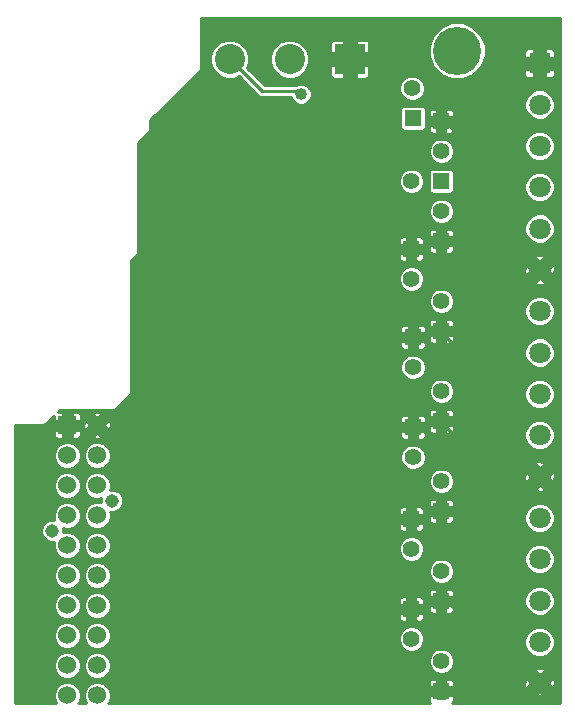
<source format=gbl>
G04 (created by PCBNEW (2013-07-07 BZR 4022)-stable) date 12/03/2014 13:56:11*
%MOIN*%
G04 Gerber Fmt 3.4, Leading zero omitted, Abs format*
%FSLAX34Y34*%
G01*
G70*
G90*
G04 APERTURE LIST*
%ADD10C,0.00590551*%
%ADD11C,0.0708661*%
%ADD12R,0.0708661X0.0708661*%
%ADD13R,0.06X0.06*%
%ADD14C,0.06*%
%ADD15R,0.055X0.055*%
%ADD16C,0.055*%
%ADD17R,0.1X0.1*%
%ADD18C,0.1*%
%ADD19C,0.045*%
%ADD20C,0.16*%
%ADD21C,0.04*%
%ADD22C,0.01*%
G04 APERTURE END LIST*
G54D10*
G54D11*
X85750Y-58584D03*
X85750Y-57206D03*
G54D12*
X85750Y-37915D03*
G54D11*
X85750Y-39293D03*
X85750Y-40671D03*
X85750Y-42049D03*
X85750Y-43427D03*
X85750Y-44805D03*
X85750Y-46183D03*
X85750Y-47561D03*
X85750Y-48938D03*
X85750Y-50316D03*
X85750Y-51694D03*
X85750Y-53072D03*
X85750Y-54450D03*
X85750Y-55828D03*
G54D13*
X70000Y-49984D03*
G54D14*
X71000Y-49984D03*
X70000Y-50984D03*
X71000Y-50984D03*
X70000Y-51984D03*
X71000Y-51984D03*
X70000Y-52984D03*
X71000Y-52984D03*
X70000Y-53984D03*
X71000Y-53984D03*
X70000Y-54984D03*
X71000Y-54984D03*
X70000Y-55984D03*
X71000Y-55984D03*
X70000Y-56984D03*
X71000Y-56984D03*
X70000Y-57984D03*
X71000Y-57984D03*
X70000Y-58984D03*
X71000Y-58984D03*
G54D15*
X81475Y-53100D03*
G54D16*
X81475Y-54100D03*
G54D15*
X81475Y-44100D03*
G54D16*
X81475Y-45100D03*
G54D15*
X82475Y-52850D03*
G54D16*
X82475Y-51850D03*
G54D15*
X82475Y-43850D03*
G54D16*
X82475Y-42850D03*
G54D15*
X81525Y-50050D03*
G54D16*
X81525Y-51050D03*
G54D15*
X82475Y-39850D03*
G54D16*
X82475Y-40850D03*
G54D17*
X79425Y-37775D03*
G54D18*
X77425Y-37775D03*
X75425Y-37775D03*
G54D15*
X82475Y-46850D03*
G54D16*
X82475Y-45850D03*
G54D15*
X82475Y-55850D03*
G54D16*
X82475Y-54850D03*
G54D15*
X81525Y-47050D03*
G54D16*
X81525Y-48050D03*
G54D15*
X81475Y-56100D03*
G54D16*
X81475Y-57100D03*
G54D15*
X82475Y-49850D03*
G54D16*
X82475Y-48850D03*
G54D15*
X82475Y-58850D03*
G54D16*
X82475Y-57850D03*
G54D15*
X81525Y-39750D03*
G54D16*
X81500Y-38750D03*
G54D15*
X82475Y-41850D03*
G54D16*
X81475Y-41850D03*
G54D19*
X69500Y-53500D03*
X71500Y-52500D03*
G54D20*
X83000Y-37500D03*
G54D21*
X77800Y-38950D03*
X79000Y-38750D03*
X79750Y-38750D03*
X80500Y-38750D03*
X78500Y-38250D03*
X78500Y-37500D03*
X78250Y-36750D03*
X79000Y-36750D03*
X79750Y-36750D03*
X81500Y-37000D03*
X80500Y-37000D03*
X80500Y-38000D03*
X81000Y-37500D03*
X81500Y-38000D03*
X82500Y-39000D03*
X83250Y-39000D03*
X86000Y-36750D03*
X84500Y-36750D03*
X85250Y-37000D03*
X84750Y-37500D03*
X84750Y-38250D03*
X84250Y-38750D03*
X85250Y-38750D03*
X84750Y-39250D03*
X83750Y-39250D03*
X84250Y-39750D03*
X83250Y-39750D03*
X83750Y-40250D03*
X83250Y-40750D03*
X83200Y-43600D03*
X83000Y-47400D03*
X83400Y-47000D03*
X83800Y-46600D03*
X84200Y-46200D03*
X84600Y-45800D03*
X85000Y-45400D03*
X83600Y-50200D03*
X83600Y-49600D03*
X84200Y-49600D03*
X83000Y-50400D03*
X84600Y-55800D03*
X84000Y-55800D03*
X83400Y-55800D03*
X83800Y-56400D03*
X83200Y-56400D03*
X83200Y-58600D03*
X83600Y-59000D03*
X84000Y-58600D03*
X84400Y-59000D03*
X84800Y-58600D03*
X85200Y-59000D03*
X86200Y-59000D03*
X86200Y-58000D03*
X84600Y-53400D03*
X84000Y-53400D03*
X83400Y-53200D03*
X83600Y-52600D03*
X84200Y-52800D03*
X84600Y-52400D03*
X85000Y-52800D03*
X85200Y-52200D03*
X86200Y-52200D03*
X75500Y-58500D03*
X76000Y-58500D03*
X76500Y-58500D03*
X77000Y-58500D03*
X77750Y-59000D03*
X77250Y-59000D03*
X76750Y-59000D03*
X76250Y-59000D03*
X75750Y-59000D03*
X75250Y-59000D03*
X74750Y-59000D03*
X69250Y-58500D03*
X75000Y-58250D03*
X73750Y-58500D03*
X74250Y-39500D03*
X74750Y-39500D03*
X76750Y-44250D03*
X77250Y-44250D03*
X77500Y-44750D03*
X77000Y-44750D03*
X77750Y-44250D03*
X77750Y-47250D03*
X77500Y-47750D03*
X77250Y-47250D03*
X77250Y-50250D03*
X77500Y-50750D03*
X77750Y-50250D03*
X77250Y-53250D03*
X77500Y-53750D03*
X77750Y-53250D03*
X77750Y-56250D03*
X77500Y-56750D03*
X77250Y-56250D03*
X78250Y-57250D03*
X78750Y-57500D03*
X78250Y-54250D03*
X78750Y-54500D03*
X78250Y-51250D03*
X78750Y-51500D03*
X78250Y-48250D03*
X78750Y-48500D03*
X78250Y-45250D03*
X78750Y-45500D03*
X78250Y-42250D03*
X78750Y-42500D03*
X80750Y-56500D03*
X80250Y-56750D03*
X80750Y-57000D03*
X80750Y-57500D03*
X80250Y-57250D03*
X79250Y-57250D03*
X79750Y-57500D03*
X75750Y-56250D03*
X76000Y-56750D03*
X76250Y-56250D03*
X76500Y-56750D03*
X76750Y-56250D03*
X77000Y-56750D03*
X80750Y-53500D03*
X79250Y-54250D03*
X79750Y-54500D03*
X80250Y-54250D03*
X80750Y-54000D03*
X80250Y-53750D03*
X77000Y-53750D03*
X76750Y-53250D03*
X76250Y-53250D03*
X76500Y-53750D03*
X75750Y-53250D03*
X76000Y-53750D03*
X80750Y-50500D03*
X79250Y-51250D03*
X79750Y-51500D03*
X80250Y-51250D03*
X80750Y-51000D03*
X80250Y-50750D03*
X77000Y-50750D03*
X76750Y-50250D03*
X76250Y-50250D03*
X76500Y-50750D03*
X75750Y-50250D03*
X76000Y-50750D03*
X80750Y-47500D03*
X80250Y-47750D03*
X80750Y-48000D03*
X80250Y-48250D03*
X79250Y-48250D03*
X79750Y-48500D03*
X77000Y-47750D03*
X76750Y-47250D03*
X76250Y-47250D03*
X76500Y-47750D03*
X75750Y-47250D03*
X76000Y-47750D03*
X80750Y-44500D03*
X80250Y-44750D03*
X80750Y-45000D03*
X80250Y-45250D03*
X79250Y-45250D03*
X79750Y-45500D03*
X76250Y-44250D03*
X76500Y-44750D03*
X75750Y-44250D03*
X76000Y-44750D03*
X80250Y-41000D03*
X80250Y-40500D03*
X80750Y-40750D03*
X80250Y-41500D03*
X80750Y-41750D03*
X80250Y-42000D03*
X79250Y-42250D03*
X79750Y-42500D03*
X75500Y-40000D03*
X75250Y-39500D03*
X75750Y-39500D03*
X76250Y-39500D03*
X76750Y-39500D03*
X77250Y-39500D03*
X77500Y-40000D03*
X77000Y-40000D03*
X76500Y-40000D03*
X76000Y-40000D03*
X78250Y-41000D03*
X78250Y-40500D03*
X77750Y-40750D03*
X77750Y-41250D03*
X76750Y-41250D03*
X77250Y-41250D03*
X77500Y-41750D03*
X76000Y-41750D03*
X76500Y-41750D03*
X77000Y-41750D03*
X76250Y-41250D03*
X75750Y-41250D03*
G54D22*
X76500Y-38850D02*
X75425Y-37775D01*
X77700Y-38850D02*
X76500Y-38850D01*
X77800Y-38950D02*
X77700Y-38850D01*
X80500Y-38750D02*
X79750Y-38750D01*
X78500Y-37500D02*
X78500Y-38250D01*
X79000Y-36750D02*
X78250Y-36750D01*
X81250Y-36750D02*
X79750Y-36750D01*
X81500Y-37000D02*
X81250Y-36750D01*
X80500Y-38000D02*
X80500Y-37000D01*
X81500Y-38000D02*
X81000Y-37500D01*
X83250Y-39000D02*
X82500Y-39000D01*
X82475Y-39850D02*
X82600Y-39850D01*
X84500Y-36750D02*
X86000Y-36750D01*
X84750Y-37500D02*
X85250Y-37000D01*
X84250Y-38750D02*
X84750Y-38250D01*
X84750Y-39250D02*
X85250Y-38750D01*
X84250Y-39750D02*
X83750Y-39250D01*
X83750Y-40250D02*
X83250Y-39750D01*
X83250Y-40500D02*
X83250Y-40750D01*
X82600Y-39850D02*
X83250Y-40500D01*
X82475Y-46850D02*
X82475Y-46875D01*
X82475Y-46875D02*
X83000Y-47400D01*
X83400Y-47000D02*
X83800Y-46600D01*
X84200Y-46200D02*
X84600Y-45800D01*
X82475Y-49850D02*
X82475Y-49875D01*
X84200Y-49600D02*
X83600Y-49600D01*
X82475Y-49875D02*
X83000Y-50400D01*
X82475Y-55850D02*
X82650Y-55850D01*
X84000Y-55800D02*
X84600Y-55800D01*
X83400Y-56000D02*
X83400Y-55800D01*
X83800Y-56400D02*
X83400Y-56000D01*
X82650Y-55850D02*
X83200Y-56400D01*
X84000Y-58600D02*
X83600Y-59000D01*
X84800Y-58600D02*
X84400Y-59000D01*
X86200Y-59000D02*
X85200Y-59000D01*
X85750Y-58584D02*
X85750Y-58450D01*
X85750Y-58450D02*
X86200Y-58000D01*
X83600Y-53400D02*
X84000Y-53400D01*
X83400Y-53200D02*
X83600Y-53400D01*
X84000Y-52600D02*
X83600Y-52600D01*
X84200Y-52800D02*
X84000Y-52600D01*
X85000Y-52800D02*
X84600Y-52400D01*
X86200Y-52200D02*
X85200Y-52200D01*
X75000Y-58250D02*
X74750Y-58500D01*
X76000Y-58500D02*
X75500Y-58500D01*
X77000Y-58500D02*
X76500Y-58500D01*
X77250Y-59000D02*
X77750Y-59000D01*
X76250Y-59000D02*
X76750Y-59000D01*
X75250Y-59000D02*
X75750Y-59000D01*
X74750Y-58500D02*
X74750Y-59000D01*
X75000Y-58250D02*
X72750Y-58250D01*
X72500Y-58500D02*
X69250Y-58500D01*
X72750Y-58250D02*
X72500Y-58500D01*
X75000Y-58250D02*
X74000Y-58250D01*
X74000Y-58250D02*
X73750Y-58500D01*
X74750Y-39500D02*
X74250Y-39500D01*
X76750Y-44250D02*
X77250Y-44250D01*
X77000Y-44750D02*
X77500Y-44750D01*
X77500Y-47500D02*
X77500Y-47750D01*
X77500Y-47500D02*
X77250Y-47250D01*
X77500Y-50500D02*
X77250Y-50250D01*
X77500Y-50500D02*
X77500Y-50750D01*
X77500Y-53500D02*
X77250Y-53250D01*
X77500Y-53500D02*
X77500Y-53750D01*
X77500Y-56500D02*
X77500Y-56750D01*
X77500Y-56500D02*
X77250Y-56250D01*
X78500Y-57250D02*
X78250Y-57250D01*
X78750Y-57500D02*
X78500Y-57250D01*
X78500Y-54250D02*
X78250Y-54250D01*
X78750Y-54500D02*
X78500Y-54250D01*
X78500Y-51250D02*
X78250Y-51250D01*
X78750Y-51500D02*
X78500Y-51250D01*
X78500Y-48250D02*
X78250Y-48250D01*
X78750Y-48500D02*
X78500Y-48250D01*
X78500Y-45250D02*
X78250Y-45250D01*
X78750Y-45500D02*
X78500Y-45250D01*
X78500Y-42250D02*
X78250Y-42250D01*
X78750Y-42500D02*
X78500Y-42250D01*
X80500Y-56750D02*
X80250Y-56750D01*
X80750Y-57000D02*
X80500Y-56750D01*
X80500Y-57500D02*
X80750Y-57500D01*
X80250Y-57250D02*
X80500Y-57500D01*
X79500Y-57500D02*
X79750Y-57500D01*
X79250Y-57250D02*
X79500Y-57500D01*
X75750Y-56250D02*
X76000Y-56500D01*
X76000Y-56500D02*
X76000Y-56750D01*
X76250Y-56250D02*
X76500Y-56500D01*
X76500Y-56500D02*
X76500Y-56750D01*
X76750Y-56250D02*
X77000Y-56500D01*
X77000Y-56500D02*
X77000Y-56750D01*
X79250Y-54250D02*
X79500Y-54500D01*
X79500Y-54500D02*
X79750Y-54500D01*
X80250Y-54250D02*
X80500Y-54000D01*
X80500Y-54000D02*
X80750Y-54000D01*
X80250Y-53750D02*
X80500Y-53500D01*
X80500Y-53500D02*
X80750Y-53500D01*
X77000Y-53500D02*
X77000Y-53750D01*
X76750Y-53250D02*
X77000Y-53500D01*
X76250Y-53250D02*
X76500Y-53500D01*
X76500Y-53500D02*
X76500Y-53750D01*
X75750Y-53250D02*
X76000Y-53500D01*
X76000Y-53500D02*
X76000Y-53750D01*
X79250Y-51250D02*
X79500Y-51500D01*
X79500Y-51500D02*
X79750Y-51500D01*
X80250Y-51250D02*
X80500Y-51000D01*
X80500Y-51000D02*
X80750Y-51000D01*
X80250Y-50750D02*
X80500Y-50500D01*
X80500Y-50500D02*
X80750Y-50500D01*
X77000Y-50500D02*
X77000Y-50750D01*
X76750Y-50250D02*
X77000Y-50500D01*
X76250Y-50250D02*
X76500Y-50500D01*
X76500Y-50500D02*
X76500Y-50750D01*
X75750Y-50250D02*
X76000Y-50500D01*
X76000Y-50500D02*
X76000Y-50750D01*
X80500Y-47500D02*
X80750Y-47500D01*
X80250Y-47750D02*
X80500Y-47500D01*
X80500Y-48000D02*
X80750Y-48000D01*
X80250Y-48250D02*
X80500Y-48000D01*
X79500Y-48500D02*
X79750Y-48500D01*
X79250Y-48250D02*
X79500Y-48500D01*
X77000Y-47500D02*
X77000Y-47750D01*
X76750Y-47250D02*
X77000Y-47500D01*
X76250Y-47250D02*
X76500Y-47500D01*
X76500Y-47500D02*
X76500Y-47750D01*
X75750Y-47250D02*
X76000Y-47500D01*
X76000Y-47500D02*
X76000Y-47750D01*
X80500Y-44500D02*
X80750Y-44500D01*
X80250Y-44750D02*
X80500Y-44500D01*
X80500Y-45000D02*
X80750Y-45000D01*
X80250Y-45250D02*
X80500Y-45000D01*
X79500Y-45500D02*
X79750Y-45500D01*
X79250Y-45250D02*
X79500Y-45500D01*
X76250Y-44250D02*
X76500Y-44500D01*
X76500Y-44500D02*
X76500Y-44750D01*
X75750Y-44250D02*
X76000Y-44500D01*
X76000Y-44500D02*
X76000Y-44750D01*
X80250Y-41000D02*
X80250Y-41500D01*
X80500Y-40500D02*
X80250Y-40500D01*
X80750Y-40750D02*
X80500Y-40500D01*
X80500Y-41750D02*
X80750Y-41750D01*
X80250Y-42000D02*
X80500Y-41750D01*
X79500Y-42500D02*
X79750Y-42500D01*
X79250Y-42250D02*
X79500Y-42500D01*
X75500Y-39750D02*
X75500Y-40000D01*
X75250Y-39500D02*
X75500Y-39750D01*
X76250Y-39500D02*
X75750Y-39500D01*
X77250Y-39500D02*
X76750Y-39500D01*
X77000Y-40000D02*
X77500Y-40000D01*
X76000Y-40000D02*
X76500Y-40000D01*
X78250Y-40500D02*
X78250Y-41000D01*
X77750Y-41250D02*
X77750Y-40750D01*
X76750Y-41250D02*
X77250Y-41250D01*
X76000Y-41750D02*
X77500Y-41750D01*
X77000Y-41750D02*
X76500Y-41750D01*
X75750Y-41250D02*
X76250Y-41250D01*
G54D10*
G36*
X86414Y-59250D02*
X86260Y-59250D01*
X86260Y-58525D01*
X86260Y-51635D01*
X86260Y-44745D01*
X86254Y-44713D01*
X86254Y-43327D01*
X86254Y-41949D01*
X86254Y-40571D01*
X86254Y-39193D01*
X86254Y-39193D01*
X86254Y-38299D01*
X86254Y-37531D01*
X86231Y-37476D01*
X86189Y-37433D01*
X86134Y-37411D01*
X86074Y-37410D01*
X85964Y-37411D01*
X85927Y-37448D01*
X85927Y-37738D01*
X86216Y-37738D01*
X86254Y-37700D01*
X86254Y-37531D01*
X86254Y-38299D01*
X86254Y-38130D01*
X86216Y-38092D01*
X85927Y-38092D01*
X85927Y-38382D01*
X85964Y-38419D01*
X86074Y-38419D01*
X86134Y-38419D01*
X86189Y-38396D01*
X86231Y-38354D01*
X86254Y-38299D01*
X86254Y-39193D01*
X86177Y-39008D01*
X86036Y-38866D01*
X85850Y-38789D01*
X85650Y-38788D01*
X85572Y-38820D01*
X85572Y-38382D01*
X85572Y-38092D01*
X85572Y-37738D01*
X85572Y-37448D01*
X85535Y-37411D01*
X85425Y-37410D01*
X85365Y-37411D01*
X85310Y-37433D01*
X85268Y-37476D01*
X85245Y-37531D01*
X85245Y-37700D01*
X85283Y-37738D01*
X85572Y-37738D01*
X85572Y-38092D01*
X85283Y-38092D01*
X85245Y-38130D01*
X85245Y-38299D01*
X85268Y-38354D01*
X85310Y-38396D01*
X85365Y-38419D01*
X85425Y-38419D01*
X85535Y-38419D01*
X85572Y-38382D01*
X85572Y-38820D01*
X85464Y-38865D01*
X85322Y-39007D01*
X85245Y-39192D01*
X85245Y-39393D01*
X85322Y-39578D01*
X85463Y-39720D01*
X85649Y-39797D01*
X85849Y-39797D01*
X86035Y-39721D01*
X86177Y-39579D01*
X86254Y-39394D01*
X86254Y-39193D01*
X86254Y-40571D01*
X86177Y-40385D01*
X86036Y-40243D01*
X85850Y-40167D01*
X85650Y-40166D01*
X85464Y-40243D01*
X85322Y-40385D01*
X85245Y-40570D01*
X85245Y-40771D01*
X85322Y-40956D01*
X85463Y-41098D01*
X85649Y-41175D01*
X85849Y-41175D01*
X86035Y-41099D01*
X86177Y-40957D01*
X86254Y-40772D01*
X86254Y-40571D01*
X86254Y-41949D01*
X86177Y-41763D01*
X86036Y-41621D01*
X85850Y-41544D01*
X85650Y-41544D01*
X85464Y-41621D01*
X85322Y-41763D01*
X85245Y-41948D01*
X85245Y-42149D01*
X85322Y-42334D01*
X85463Y-42476D01*
X85649Y-42553D01*
X85849Y-42553D01*
X86035Y-42477D01*
X86177Y-42335D01*
X86254Y-42149D01*
X86254Y-41949D01*
X86254Y-43327D01*
X86177Y-43141D01*
X86036Y-42999D01*
X85850Y-42922D01*
X85650Y-42922D01*
X85464Y-42999D01*
X85322Y-43141D01*
X85245Y-43326D01*
X85245Y-43527D01*
X85322Y-43712D01*
X85463Y-43854D01*
X85649Y-43931D01*
X85849Y-43931D01*
X86035Y-43854D01*
X86177Y-43713D01*
X86254Y-43527D01*
X86254Y-43327D01*
X86254Y-44713D01*
X86244Y-44664D01*
X86188Y-44617D01*
X86000Y-44805D01*
X86188Y-44992D01*
X86244Y-44945D01*
X86260Y-44745D01*
X86260Y-51635D01*
X86254Y-51603D01*
X86254Y-50217D01*
X86254Y-48839D01*
X86254Y-47461D01*
X86254Y-46083D01*
X86177Y-45897D01*
X86036Y-45755D01*
X85937Y-45714D01*
X85937Y-45243D01*
X85937Y-44366D01*
X85890Y-44310D01*
X85690Y-44294D01*
X85609Y-44310D01*
X85562Y-44366D01*
X85750Y-44554D01*
X85937Y-44366D01*
X85937Y-45243D01*
X85750Y-45055D01*
X85562Y-45243D01*
X85609Y-45299D01*
X85809Y-45315D01*
X85890Y-45299D01*
X85937Y-45243D01*
X85937Y-45714D01*
X85850Y-45678D01*
X85650Y-45678D01*
X85499Y-45740D01*
X85499Y-44805D01*
X85311Y-44617D01*
X85255Y-44664D01*
X85239Y-44864D01*
X85255Y-44945D01*
X85311Y-44992D01*
X85499Y-44805D01*
X85499Y-45740D01*
X85464Y-45755D01*
X85322Y-45897D01*
X85245Y-46082D01*
X85245Y-46282D01*
X85322Y-46468D01*
X85463Y-46610D01*
X85649Y-46687D01*
X85849Y-46687D01*
X86035Y-46610D01*
X86177Y-46469D01*
X86254Y-46283D01*
X86254Y-46083D01*
X86254Y-47461D01*
X86177Y-47275D01*
X86036Y-47133D01*
X85850Y-47056D01*
X85650Y-47056D01*
X85464Y-47133D01*
X85322Y-47274D01*
X85245Y-47460D01*
X85245Y-47660D01*
X85322Y-47846D01*
X85463Y-47988D01*
X85649Y-48065D01*
X85849Y-48065D01*
X86035Y-47988D01*
X86177Y-47847D01*
X86254Y-47661D01*
X86254Y-47461D01*
X86254Y-48839D01*
X86177Y-48653D01*
X86036Y-48511D01*
X85850Y-48434D01*
X85650Y-48434D01*
X85464Y-48511D01*
X85322Y-48652D01*
X85245Y-48838D01*
X85245Y-49038D01*
X85322Y-49224D01*
X85463Y-49366D01*
X85649Y-49443D01*
X85849Y-49443D01*
X86035Y-49366D01*
X86177Y-49225D01*
X86254Y-49039D01*
X86254Y-48839D01*
X86254Y-50217D01*
X86177Y-50031D01*
X86036Y-49889D01*
X85850Y-49812D01*
X85650Y-49812D01*
X85464Y-49889D01*
X85322Y-50030D01*
X85245Y-50216D01*
X85245Y-50416D01*
X85322Y-50602D01*
X85463Y-50744D01*
X85649Y-50821D01*
X85849Y-50821D01*
X86035Y-50744D01*
X86177Y-50602D01*
X86254Y-50417D01*
X86254Y-50217D01*
X86254Y-51603D01*
X86244Y-51554D01*
X86188Y-51507D01*
X86000Y-51694D01*
X86188Y-51882D01*
X86244Y-51835D01*
X86260Y-51635D01*
X86260Y-58525D01*
X86254Y-58493D01*
X86254Y-57106D01*
X86254Y-55728D01*
X86254Y-54350D01*
X86254Y-52972D01*
X86177Y-52787D01*
X86036Y-52645D01*
X85937Y-52604D01*
X85937Y-52133D01*
X85937Y-51256D01*
X85890Y-51200D01*
X85690Y-51184D01*
X85609Y-51200D01*
X85562Y-51256D01*
X85750Y-51444D01*
X85937Y-51256D01*
X85937Y-52133D01*
X85750Y-51945D01*
X85562Y-52133D01*
X85609Y-52189D01*
X85809Y-52205D01*
X85890Y-52189D01*
X85937Y-52133D01*
X85937Y-52604D01*
X85850Y-52568D01*
X85650Y-52568D01*
X85499Y-52630D01*
X85499Y-51694D01*
X85311Y-51507D01*
X85255Y-51554D01*
X85239Y-51754D01*
X85255Y-51835D01*
X85311Y-51882D01*
X85499Y-51694D01*
X85499Y-52630D01*
X85464Y-52645D01*
X85322Y-52786D01*
X85245Y-52972D01*
X85245Y-53172D01*
X85322Y-53358D01*
X85463Y-53500D01*
X85649Y-53577D01*
X85849Y-53577D01*
X86035Y-53500D01*
X86177Y-53358D01*
X86254Y-53173D01*
X86254Y-52972D01*
X86254Y-54350D01*
X86177Y-54165D01*
X86036Y-54023D01*
X85850Y-53946D01*
X85650Y-53946D01*
X85464Y-54022D01*
X85322Y-54164D01*
X85245Y-54350D01*
X85245Y-54550D01*
X85322Y-54736D01*
X85463Y-54878D01*
X85649Y-54955D01*
X85849Y-54955D01*
X86035Y-54878D01*
X86177Y-54736D01*
X86254Y-54551D01*
X86254Y-54350D01*
X86254Y-55728D01*
X86177Y-55543D01*
X86036Y-55401D01*
X85850Y-55324D01*
X85650Y-55324D01*
X85464Y-55400D01*
X85322Y-55542D01*
X85245Y-55727D01*
X85245Y-55928D01*
X85322Y-56114D01*
X85463Y-56256D01*
X85649Y-56332D01*
X85849Y-56333D01*
X86035Y-56256D01*
X86177Y-56114D01*
X86254Y-55929D01*
X86254Y-55728D01*
X86254Y-57106D01*
X86177Y-56921D01*
X86036Y-56779D01*
X85850Y-56702D01*
X85650Y-56702D01*
X85464Y-56778D01*
X85322Y-56920D01*
X85245Y-57105D01*
X85245Y-57306D01*
X85322Y-57492D01*
X85463Y-57633D01*
X85649Y-57710D01*
X85849Y-57711D01*
X86035Y-57634D01*
X86177Y-57492D01*
X86254Y-57307D01*
X86254Y-57106D01*
X86254Y-58493D01*
X86244Y-58444D01*
X86188Y-58396D01*
X86000Y-58584D01*
X86188Y-58772D01*
X86244Y-58725D01*
X86260Y-58525D01*
X86260Y-59250D01*
X85937Y-59250D01*
X85937Y-59022D01*
X85937Y-58146D01*
X85890Y-58089D01*
X85690Y-58073D01*
X85609Y-58089D01*
X85562Y-58146D01*
X85750Y-58334D01*
X85937Y-58146D01*
X85937Y-59022D01*
X85750Y-58835D01*
X85562Y-59022D01*
X85609Y-59079D01*
X85809Y-59095D01*
X85890Y-59079D01*
X85937Y-59022D01*
X85937Y-59250D01*
X85499Y-59250D01*
X85499Y-58584D01*
X85311Y-58396D01*
X85255Y-58444D01*
X85239Y-58644D01*
X85255Y-58725D01*
X85311Y-58772D01*
X85499Y-58584D01*
X85499Y-59250D01*
X83950Y-59250D01*
X83950Y-37311D01*
X83805Y-36962D01*
X83538Y-36695D01*
X83189Y-36550D01*
X82811Y-36549D01*
X82462Y-36694D01*
X82195Y-36961D01*
X82050Y-37310D01*
X82049Y-37688D01*
X82194Y-38037D01*
X82461Y-38304D01*
X82810Y-38449D01*
X83188Y-38450D01*
X83537Y-38305D01*
X83804Y-38038D01*
X83949Y-37689D01*
X83950Y-37311D01*
X83950Y-59250D01*
X82900Y-59250D01*
X82900Y-57765D01*
X82900Y-54765D01*
X82900Y-51765D01*
X82900Y-48765D01*
X82900Y-45765D01*
X82900Y-42765D01*
X82900Y-40765D01*
X82900Y-40765D01*
X82900Y-40154D01*
X82900Y-39545D01*
X82877Y-39490D01*
X82835Y-39447D01*
X82779Y-39425D01*
X82720Y-39424D01*
X82650Y-39425D01*
X82612Y-39462D01*
X82612Y-39712D01*
X82862Y-39712D01*
X82900Y-39675D01*
X82900Y-39545D01*
X82900Y-40154D01*
X82900Y-40025D01*
X82862Y-39987D01*
X82612Y-39987D01*
X82612Y-40237D01*
X82650Y-40275D01*
X82720Y-40275D01*
X82779Y-40274D01*
X82835Y-40252D01*
X82877Y-40209D01*
X82900Y-40154D01*
X82900Y-40765D01*
X82835Y-40609D01*
X82716Y-40489D01*
X82559Y-40425D01*
X82390Y-40424D01*
X82337Y-40446D01*
X82337Y-40237D01*
X82337Y-39987D01*
X82337Y-39712D01*
X82337Y-39462D01*
X82300Y-39425D01*
X82229Y-39424D01*
X82170Y-39425D01*
X82114Y-39447D01*
X82072Y-39490D01*
X82049Y-39545D01*
X82050Y-39675D01*
X82087Y-39712D01*
X82337Y-39712D01*
X82337Y-39987D01*
X82087Y-39987D01*
X82050Y-40025D01*
X82049Y-40154D01*
X82072Y-40209D01*
X82114Y-40252D01*
X82170Y-40274D01*
X82229Y-40275D01*
X82300Y-40275D01*
X82337Y-40237D01*
X82337Y-40446D01*
X82234Y-40489D01*
X82114Y-40608D01*
X82050Y-40765D01*
X82049Y-40934D01*
X82114Y-41090D01*
X82233Y-41210D01*
X82390Y-41274D01*
X82559Y-41275D01*
X82715Y-41210D01*
X82835Y-41091D01*
X82899Y-40934D01*
X82900Y-40765D01*
X82900Y-42765D01*
X82900Y-42765D01*
X82900Y-42095D01*
X82900Y-41545D01*
X82877Y-41490D01*
X82835Y-41447D01*
X82779Y-41425D01*
X82720Y-41424D01*
X82170Y-41424D01*
X82115Y-41447D01*
X82072Y-41489D01*
X82050Y-41545D01*
X82049Y-41604D01*
X82049Y-42154D01*
X82072Y-42209D01*
X82114Y-42252D01*
X82170Y-42274D01*
X82229Y-42275D01*
X82779Y-42275D01*
X82834Y-42252D01*
X82877Y-42210D01*
X82899Y-42154D01*
X82900Y-42095D01*
X82900Y-42765D01*
X82835Y-42609D01*
X82716Y-42489D01*
X82559Y-42425D01*
X82390Y-42424D01*
X82234Y-42489D01*
X82114Y-42608D01*
X82050Y-42765D01*
X82049Y-42934D01*
X82114Y-43090D01*
X82233Y-43210D01*
X82390Y-43274D01*
X82559Y-43275D01*
X82715Y-43210D01*
X82835Y-43091D01*
X82899Y-42934D01*
X82900Y-42765D01*
X82900Y-45765D01*
X82900Y-45765D01*
X82900Y-44154D01*
X82900Y-43545D01*
X82877Y-43490D01*
X82835Y-43447D01*
X82779Y-43425D01*
X82720Y-43424D01*
X82650Y-43425D01*
X82612Y-43462D01*
X82612Y-43712D01*
X82862Y-43712D01*
X82900Y-43675D01*
X82900Y-43545D01*
X82900Y-44154D01*
X82900Y-44025D01*
X82862Y-43987D01*
X82612Y-43987D01*
X82612Y-44237D01*
X82650Y-44275D01*
X82720Y-44275D01*
X82779Y-44274D01*
X82835Y-44252D01*
X82877Y-44209D01*
X82900Y-44154D01*
X82900Y-45765D01*
X82835Y-45609D01*
X82716Y-45489D01*
X82559Y-45425D01*
X82390Y-45424D01*
X82337Y-45446D01*
X82337Y-44237D01*
X82337Y-43987D01*
X82337Y-43712D01*
X82337Y-43462D01*
X82300Y-43425D01*
X82229Y-43424D01*
X82170Y-43425D01*
X82114Y-43447D01*
X82072Y-43490D01*
X82049Y-43545D01*
X82050Y-43675D01*
X82087Y-43712D01*
X82337Y-43712D01*
X82337Y-43987D01*
X82087Y-43987D01*
X82050Y-44025D01*
X82049Y-44154D01*
X82072Y-44209D01*
X82114Y-44252D01*
X82170Y-44274D01*
X82229Y-44275D01*
X82300Y-44275D01*
X82337Y-44237D01*
X82337Y-45446D01*
X82234Y-45489D01*
X82114Y-45608D01*
X82050Y-45765D01*
X82049Y-45934D01*
X82114Y-46090D01*
X82233Y-46210D01*
X82390Y-46274D01*
X82559Y-46275D01*
X82715Y-46210D01*
X82835Y-46091D01*
X82899Y-45934D01*
X82900Y-45765D01*
X82900Y-48765D01*
X82900Y-48765D01*
X82900Y-47154D01*
X82900Y-46545D01*
X82877Y-46490D01*
X82835Y-46447D01*
X82779Y-46425D01*
X82720Y-46424D01*
X82650Y-46425D01*
X82612Y-46462D01*
X82612Y-46712D01*
X82862Y-46712D01*
X82900Y-46675D01*
X82900Y-46545D01*
X82900Y-47154D01*
X82900Y-47025D01*
X82862Y-46987D01*
X82612Y-46987D01*
X82612Y-47237D01*
X82650Y-47275D01*
X82720Y-47275D01*
X82779Y-47274D01*
X82835Y-47252D01*
X82877Y-47209D01*
X82900Y-47154D01*
X82900Y-48765D01*
X82835Y-48609D01*
X82716Y-48489D01*
X82559Y-48425D01*
X82390Y-48424D01*
X82337Y-48446D01*
X82337Y-47237D01*
X82337Y-46987D01*
X82337Y-46712D01*
X82337Y-46462D01*
X82300Y-46425D01*
X82229Y-46424D01*
X82170Y-46425D01*
X82114Y-46447D01*
X82072Y-46490D01*
X82049Y-46545D01*
X82050Y-46675D01*
X82087Y-46712D01*
X82337Y-46712D01*
X82337Y-46987D01*
X82087Y-46987D01*
X82050Y-47025D01*
X82049Y-47154D01*
X82072Y-47209D01*
X82114Y-47252D01*
X82170Y-47274D01*
X82229Y-47275D01*
X82300Y-47275D01*
X82337Y-47237D01*
X82337Y-48446D01*
X82234Y-48489D01*
X82114Y-48608D01*
X82050Y-48765D01*
X82049Y-48934D01*
X82114Y-49090D01*
X82233Y-49210D01*
X82390Y-49274D01*
X82559Y-49275D01*
X82715Y-49210D01*
X82835Y-49091D01*
X82899Y-48934D01*
X82900Y-48765D01*
X82900Y-51765D01*
X82900Y-51765D01*
X82900Y-50154D01*
X82900Y-49545D01*
X82877Y-49490D01*
X82835Y-49447D01*
X82779Y-49425D01*
X82720Y-49424D01*
X82650Y-49425D01*
X82612Y-49462D01*
X82612Y-49712D01*
X82862Y-49712D01*
X82900Y-49675D01*
X82900Y-49545D01*
X82900Y-50154D01*
X82900Y-50025D01*
X82862Y-49987D01*
X82612Y-49987D01*
X82612Y-50237D01*
X82650Y-50275D01*
X82720Y-50275D01*
X82779Y-50274D01*
X82835Y-50252D01*
X82877Y-50209D01*
X82900Y-50154D01*
X82900Y-51765D01*
X82835Y-51609D01*
X82716Y-51489D01*
X82559Y-51425D01*
X82390Y-51424D01*
X82337Y-51446D01*
X82337Y-50237D01*
X82337Y-49987D01*
X82337Y-49712D01*
X82337Y-49462D01*
X82300Y-49425D01*
X82229Y-49424D01*
X82170Y-49425D01*
X82114Y-49447D01*
X82072Y-49490D01*
X82049Y-49545D01*
X82050Y-49675D01*
X82087Y-49712D01*
X82337Y-49712D01*
X82337Y-49987D01*
X82087Y-49987D01*
X82050Y-50025D01*
X82049Y-50154D01*
X82072Y-50209D01*
X82114Y-50252D01*
X82170Y-50274D01*
X82229Y-50275D01*
X82300Y-50275D01*
X82337Y-50237D01*
X82337Y-51446D01*
X82234Y-51489D01*
X82114Y-51608D01*
X82050Y-51765D01*
X82049Y-51934D01*
X82114Y-52090D01*
X82233Y-52210D01*
X82390Y-52274D01*
X82559Y-52275D01*
X82715Y-52210D01*
X82835Y-52091D01*
X82899Y-51934D01*
X82900Y-51765D01*
X82900Y-54765D01*
X82900Y-54765D01*
X82900Y-53154D01*
X82900Y-52545D01*
X82877Y-52490D01*
X82835Y-52447D01*
X82779Y-52425D01*
X82720Y-52424D01*
X82650Y-52425D01*
X82612Y-52462D01*
X82612Y-52712D01*
X82862Y-52712D01*
X82900Y-52675D01*
X82900Y-52545D01*
X82900Y-53154D01*
X82900Y-53025D01*
X82862Y-52987D01*
X82612Y-52987D01*
X82612Y-53237D01*
X82650Y-53275D01*
X82720Y-53275D01*
X82779Y-53274D01*
X82835Y-53252D01*
X82877Y-53209D01*
X82900Y-53154D01*
X82900Y-54765D01*
X82835Y-54609D01*
X82716Y-54489D01*
X82559Y-54425D01*
X82390Y-54424D01*
X82337Y-54446D01*
X82337Y-53237D01*
X82337Y-52987D01*
X82337Y-52712D01*
X82337Y-52462D01*
X82300Y-52425D01*
X82229Y-52424D01*
X82170Y-52425D01*
X82114Y-52447D01*
X82072Y-52490D01*
X82049Y-52545D01*
X82050Y-52675D01*
X82087Y-52712D01*
X82337Y-52712D01*
X82337Y-52987D01*
X82087Y-52987D01*
X82050Y-53025D01*
X82049Y-53154D01*
X82072Y-53209D01*
X82114Y-53252D01*
X82170Y-53274D01*
X82229Y-53275D01*
X82300Y-53275D01*
X82337Y-53237D01*
X82337Y-54446D01*
X82234Y-54489D01*
X82114Y-54608D01*
X82050Y-54765D01*
X82049Y-54934D01*
X82114Y-55090D01*
X82233Y-55210D01*
X82390Y-55274D01*
X82559Y-55275D01*
X82715Y-55210D01*
X82835Y-55091D01*
X82899Y-54934D01*
X82900Y-54765D01*
X82900Y-57765D01*
X82900Y-57765D01*
X82900Y-56154D01*
X82900Y-55545D01*
X82877Y-55490D01*
X82835Y-55447D01*
X82779Y-55425D01*
X82720Y-55424D01*
X82650Y-55425D01*
X82612Y-55462D01*
X82612Y-55712D01*
X82862Y-55712D01*
X82900Y-55675D01*
X82900Y-55545D01*
X82900Y-56154D01*
X82900Y-56025D01*
X82862Y-55987D01*
X82612Y-55987D01*
X82612Y-56237D01*
X82650Y-56275D01*
X82720Y-56275D01*
X82779Y-56274D01*
X82835Y-56252D01*
X82877Y-56209D01*
X82900Y-56154D01*
X82900Y-57765D01*
X82835Y-57609D01*
X82716Y-57489D01*
X82559Y-57425D01*
X82390Y-57424D01*
X82337Y-57446D01*
X82337Y-56237D01*
X82337Y-55987D01*
X82337Y-55712D01*
X82337Y-55462D01*
X82300Y-55425D01*
X82229Y-55424D01*
X82170Y-55425D01*
X82114Y-55447D01*
X82072Y-55490D01*
X82049Y-55545D01*
X82050Y-55675D01*
X82087Y-55712D01*
X82337Y-55712D01*
X82337Y-55987D01*
X82087Y-55987D01*
X82050Y-56025D01*
X82049Y-56154D01*
X82072Y-56209D01*
X82114Y-56252D01*
X82170Y-56274D01*
X82229Y-56275D01*
X82300Y-56275D01*
X82337Y-56237D01*
X82337Y-57446D01*
X82234Y-57489D01*
X82114Y-57608D01*
X82050Y-57765D01*
X82049Y-57934D01*
X82114Y-58090D01*
X82233Y-58210D01*
X82390Y-58274D01*
X82559Y-58275D01*
X82715Y-58210D01*
X82835Y-58091D01*
X82899Y-57934D01*
X82900Y-57765D01*
X82900Y-59250D01*
X82837Y-59250D01*
X82877Y-59209D01*
X82900Y-59154D01*
X82900Y-58545D01*
X82877Y-58490D01*
X82835Y-58447D01*
X82779Y-58425D01*
X82720Y-58424D01*
X82650Y-58425D01*
X82612Y-58462D01*
X82612Y-58712D01*
X82862Y-58712D01*
X82900Y-58675D01*
X82900Y-58545D01*
X82900Y-59154D01*
X82900Y-59025D01*
X82862Y-58987D01*
X82612Y-58987D01*
X82612Y-59057D01*
X82337Y-59057D01*
X82337Y-58987D01*
X82337Y-58712D01*
X82337Y-58462D01*
X82300Y-58425D01*
X82229Y-58424D01*
X82170Y-58425D01*
X82114Y-58447D01*
X82072Y-58490D01*
X82049Y-58545D01*
X82050Y-58675D01*
X82087Y-58712D01*
X82337Y-58712D01*
X82337Y-58987D01*
X82087Y-58987D01*
X82050Y-59025D01*
X82049Y-59154D01*
X82072Y-59209D01*
X82112Y-59250D01*
X81950Y-59250D01*
X81950Y-50965D01*
X81950Y-47965D01*
X81950Y-47965D01*
X81950Y-47354D01*
X81950Y-46745D01*
X81950Y-39995D01*
X81950Y-39445D01*
X81927Y-39390D01*
X81925Y-39387D01*
X81925Y-38665D01*
X81860Y-38509D01*
X81741Y-38389D01*
X81584Y-38325D01*
X81415Y-38324D01*
X81259Y-38389D01*
X81139Y-38508D01*
X81075Y-38665D01*
X81074Y-38834D01*
X81139Y-38990D01*
X81258Y-39110D01*
X81415Y-39174D01*
X81584Y-39175D01*
X81740Y-39110D01*
X81860Y-38991D01*
X81924Y-38834D01*
X81925Y-38665D01*
X81925Y-39387D01*
X81885Y-39347D01*
X81829Y-39325D01*
X81770Y-39324D01*
X81220Y-39324D01*
X81165Y-39347D01*
X81122Y-39389D01*
X81100Y-39445D01*
X81099Y-39504D01*
X81099Y-40054D01*
X81122Y-40109D01*
X81164Y-40152D01*
X81220Y-40174D01*
X81279Y-40175D01*
X81829Y-40175D01*
X81884Y-40152D01*
X81927Y-40110D01*
X81949Y-40054D01*
X81950Y-39995D01*
X81950Y-46745D01*
X81927Y-46690D01*
X81900Y-46662D01*
X81900Y-45015D01*
X81900Y-41765D01*
X81835Y-41609D01*
X81716Y-41489D01*
X81559Y-41425D01*
X81390Y-41424D01*
X81234Y-41489D01*
X81114Y-41608D01*
X81050Y-41765D01*
X81049Y-41934D01*
X81114Y-42090D01*
X81233Y-42210D01*
X81390Y-42274D01*
X81559Y-42275D01*
X81715Y-42210D01*
X81835Y-42091D01*
X81899Y-41934D01*
X81900Y-41765D01*
X81900Y-45015D01*
X81900Y-45015D01*
X81900Y-44404D01*
X81900Y-43795D01*
X81877Y-43740D01*
X81835Y-43697D01*
X81779Y-43675D01*
X81720Y-43674D01*
X81650Y-43675D01*
X81612Y-43712D01*
X81612Y-43962D01*
X81862Y-43962D01*
X81900Y-43925D01*
X81900Y-43795D01*
X81900Y-44404D01*
X81900Y-44275D01*
X81862Y-44237D01*
X81612Y-44237D01*
X81612Y-44487D01*
X81650Y-44525D01*
X81720Y-44525D01*
X81779Y-44524D01*
X81835Y-44502D01*
X81877Y-44459D01*
X81900Y-44404D01*
X81900Y-45015D01*
X81835Y-44859D01*
X81716Y-44739D01*
X81559Y-44675D01*
X81390Y-44674D01*
X81337Y-44696D01*
X81337Y-44487D01*
X81337Y-44237D01*
X81337Y-43962D01*
X81337Y-43712D01*
X81300Y-43675D01*
X81229Y-43674D01*
X81170Y-43675D01*
X81114Y-43697D01*
X81072Y-43740D01*
X81049Y-43795D01*
X81050Y-43925D01*
X81087Y-43962D01*
X81337Y-43962D01*
X81337Y-44237D01*
X81087Y-44237D01*
X81050Y-44275D01*
X81049Y-44404D01*
X81072Y-44459D01*
X81114Y-44502D01*
X81170Y-44524D01*
X81229Y-44525D01*
X81300Y-44525D01*
X81337Y-44487D01*
X81337Y-44696D01*
X81234Y-44739D01*
X81114Y-44858D01*
X81050Y-45015D01*
X81049Y-45184D01*
X81114Y-45340D01*
X81233Y-45460D01*
X81390Y-45524D01*
X81559Y-45525D01*
X81715Y-45460D01*
X81835Y-45341D01*
X81899Y-45184D01*
X81900Y-45015D01*
X81900Y-46662D01*
X81885Y-46647D01*
X81829Y-46625D01*
X81770Y-46624D01*
X81700Y-46625D01*
X81662Y-46662D01*
X81662Y-46912D01*
X81912Y-46912D01*
X81950Y-46875D01*
X81950Y-46745D01*
X81950Y-47354D01*
X81950Y-47225D01*
X81912Y-47187D01*
X81662Y-47187D01*
X81662Y-47437D01*
X81700Y-47475D01*
X81770Y-47475D01*
X81829Y-47474D01*
X81885Y-47452D01*
X81927Y-47409D01*
X81950Y-47354D01*
X81950Y-47965D01*
X81885Y-47809D01*
X81766Y-47689D01*
X81609Y-47625D01*
X81440Y-47624D01*
X81387Y-47646D01*
X81387Y-47437D01*
X81387Y-47187D01*
X81387Y-46912D01*
X81387Y-46662D01*
X81350Y-46625D01*
X81279Y-46624D01*
X81220Y-46625D01*
X81164Y-46647D01*
X81122Y-46690D01*
X81099Y-46745D01*
X81100Y-46875D01*
X81137Y-46912D01*
X81387Y-46912D01*
X81387Y-47187D01*
X81137Y-47187D01*
X81100Y-47225D01*
X81099Y-47354D01*
X81122Y-47409D01*
X81164Y-47452D01*
X81220Y-47474D01*
X81279Y-47475D01*
X81350Y-47475D01*
X81387Y-47437D01*
X81387Y-47646D01*
X81284Y-47689D01*
X81164Y-47808D01*
X81100Y-47965D01*
X81099Y-48134D01*
X81164Y-48290D01*
X81283Y-48410D01*
X81440Y-48474D01*
X81609Y-48475D01*
X81765Y-48410D01*
X81885Y-48291D01*
X81949Y-48134D01*
X81950Y-47965D01*
X81950Y-50965D01*
X81950Y-50965D01*
X81950Y-50354D01*
X81950Y-49745D01*
X81927Y-49690D01*
X81885Y-49647D01*
X81829Y-49625D01*
X81770Y-49624D01*
X81700Y-49625D01*
X81662Y-49662D01*
X81662Y-49912D01*
X81912Y-49912D01*
X81950Y-49875D01*
X81950Y-49745D01*
X81950Y-50354D01*
X81950Y-50225D01*
X81912Y-50187D01*
X81662Y-50187D01*
X81662Y-50437D01*
X81700Y-50475D01*
X81770Y-50475D01*
X81829Y-50474D01*
X81885Y-50452D01*
X81927Y-50409D01*
X81950Y-50354D01*
X81950Y-50965D01*
X81885Y-50809D01*
X81766Y-50689D01*
X81609Y-50625D01*
X81440Y-50624D01*
X81387Y-50646D01*
X81387Y-50437D01*
X81387Y-50187D01*
X81387Y-49912D01*
X81387Y-49662D01*
X81350Y-49625D01*
X81279Y-49624D01*
X81220Y-49625D01*
X81164Y-49647D01*
X81122Y-49690D01*
X81099Y-49745D01*
X81100Y-49875D01*
X81137Y-49912D01*
X81387Y-49912D01*
X81387Y-50187D01*
X81137Y-50187D01*
X81100Y-50225D01*
X81099Y-50354D01*
X81122Y-50409D01*
X81164Y-50452D01*
X81220Y-50474D01*
X81279Y-50475D01*
X81350Y-50475D01*
X81387Y-50437D01*
X81387Y-50646D01*
X81284Y-50689D01*
X81164Y-50808D01*
X81100Y-50965D01*
X81099Y-51134D01*
X81164Y-51290D01*
X81283Y-51410D01*
X81440Y-51474D01*
X81609Y-51475D01*
X81765Y-51410D01*
X81885Y-51291D01*
X81949Y-51134D01*
X81950Y-50965D01*
X81950Y-59250D01*
X81900Y-59250D01*
X81900Y-57015D01*
X81900Y-54015D01*
X81900Y-54015D01*
X81900Y-53404D01*
X81900Y-52795D01*
X81877Y-52740D01*
X81835Y-52697D01*
X81779Y-52675D01*
X81720Y-52674D01*
X81650Y-52675D01*
X81612Y-52712D01*
X81612Y-52962D01*
X81862Y-52962D01*
X81900Y-52925D01*
X81900Y-52795D01*
X81900Y-53404D01*
X81900Y-53275D01*
X81862Y-53237D01*
X81612Y-53237D01*
X81612Y-53487D01*
X81650Y-53525D01*
X81720Y-53525D01*
X81779Y-53524D01*
X81835Y-53502D01*
X81877Y-53459D01*
X81900Y-53404D01*
X81900Y-54015D01*
X81835Y-53859D01*
X81716Y-53739D01*
X81559Y-53675D01*
X81390Y-53674D01*
X81337Y-53696D01*
X81337Y-53487D01*
X81337Y-53237D01*
X81337Y-52962D01*
X81337Y-52712D01*
X81300Y-52675D01*
X81229Y-52674D01*
X81170Y-52675D01*
X81114Y-52697D01*
X81072Y-52740D01*
X81049Y-52795D01*
X81050Y-52925D01*
X81087Y-52962D01*
X81337Y-52962D01*
X81337Y-53237D01*
X81087Y-53237D01*
X81050Y-53275D01*
X81049Y-53404D01*
X81072Y-53459D01*
X81114Y-53502D01*
X81170Y-53524D01*
X81229Y-53525D01*
X81300Y-53525D01*
X81337Y-53487D01*
X81337Y-53696D01*
X81234Y-53739D01*
X81114Y-53858D01*
X81050Y-54015D01*
X81049Y-54184D01*
X81114Y-54340D01*
X81233Y-54460D01*
X81390Y-54524D01*
X81559Y-54525D01*
X81715Y-54460D01*
X81835Y-54341D01*
X81899Y-54184D01*
X81900Y-54015D01*
X81900Y-57015D01*
X81900Y-57015D01*
X81900Y-56404D01*
X81900Y-55795D01*
X81877Y-55740D01*
X81835Y-55697D01*
X81779Y-55675D01*
X81720Y-55674D01*
X81650Y-55675D01*
X81612Y-55712D01*
X81612Y-55962D01*
X81862Y-55962D01*
X81900Y-55925D01*
X81900Y-55795D01*
X81900Y-56404D01*
X81900Y-56275D01*
X81862Y-56237D01*
X81612Y-56237D01*
X81612Y-56487D01*
X81650Y-56525D01*
X81720Y-56525D01*
X81779Y-56524D01*
X81835Y-56502D01*
X81877Y-56459D01*
X81900Y-56404D01*
X81900Y-57015D01*
X81835Y-56859D01*
X81716Y-56739D01*
X81559Y-56675D01*
X81390Y-56674D01*
X81337Y-56696D01*
X81337Y-56487D01*
X81337Y-56237D01*
X81337Y-55962D01*
X81337Y-55712D01*
X81300Y-55675D01*
X81229Y-55674D01*
X81170Y-55675D01*
X81114Y-55697D01*
X81072Y-55740D01*
X81049Y-55795D01*
X81050Y-55925D01*
X81087Y-55962D01*
X81337Y-55962D01*
X81337Y-56237D01*
X81087Y-56237D01*
X81050Y-56275D01*
X81049Y-56404D01*
X81072Y-56459D01*
X81114Y-56502D01*
X81170Y-56524D01*
X81229Y-56525D01*
X81300Y-56525D01*
X81337Y-56487D01*
X81337Y-56696D01*
X81234Y-56739D01*
X81114Y-56858D01*
X81050Y-57015D01*
X81049Y-57184D01*
X81114Y-57340D01*
X81233Y-57460D01*
X81390Y-57524D01*
X81559Y-57525D01*
X81715Y-57460D01*
X81835Y-57341D01*
X81899Y-57184D01*
X81900Y-57015D01*
X81900Y-59250D01*
X80075Y-59250D01*
X80075Y-38245D01*
X80075Y-37304D01*
X80074Y-37245D01*
X80052Y-37189D01*
X80009Y-37147D01*
X79954Y-37124D01*
X79662Y-37125D01*
X79625Y-37162D01*
X79625Y-37575D01*
X80037Y-37575D01*
X80075Y-37537D01*
X80075Y-37304D01*
X80075Y-38245D01*
X80075Y-38012D01*
X80037Y-37975D01*
X79625Y-37975D01*
X79625Y-38387D01*
X79662Y-38425D01*
X79954Y-38425D01*
X80009Y-38402D01*
X80052Y-38360D01*
X80074Y-38304D01*
X80075Y-38245D01*
X80075Y-59250D01*
X79225Y-59250D01*
X79225Y-38387D01*
X79225Y-37975D01*
X79225Y-37575D01*
X79225Y-37162D01*
X79187Y-37125D01*
X78895Y-37124D01*
X78840Y-37147D01*
X78797Y-37189D01*
X78775Y-37245D01*
X78774Y-37304D01*
X78775Y-37537D01*
X78812Y-37575D01*
X79225Y-37575D01*
X79225Y-37975D01*
X78812Y-37975D01*
X78775Y-38012D01*
X78774Y-38245D01*
X78775Y-38304D01*
X78797Y-38360D01*
X78840Y-38402D01*
X78895Y-38425D01*
X79187Y-38425D01*
X79225Y-38387D01*
X79225Y-59250D01*
X78150Y-59250D01*
X78150Y-38880D01*
X78096Y-38752D01*
X78075Y-38730D01*
X78075Y-37646D01*
X77976Y-37407D01*
X77793Y-37224D01*
X77554Y-37125D01*
X77296Y-37124D01*
X77057Y-37223D01*
X76874Y-37406D01*
X76775Y-37645D01*
X76774Y-37903D01*
X76873Y-38142D01*
X77056Y-38325D01*
X77295Y-38424D01*
X77553Y-38425D01*
X77792Y-38326D01*
X77975Y-38143D01*
X78074Y-37904D01*
X78075Y-37646D01*
X78075Y-38730D01*
X77998Y-38653D01*
X77869Y-38600D01*
X77730Y-38599D01*
X77609Y-38650D01*
X76582Y-38650D01*
X76005Y-38072D01*
X76074Y-37904D01*
X76075Y-37646D01*
X75976Y-37407D01*
X75793Y-37224D01*
X75554Y-37125D01*
X75296Y-37124D01*
X75057Y-37223D01*
X74874Y-37406D01*
X74775Y-37645D01*
X74774Y-37903D01*
X74873Y-38142D01*
X75056Y-38325D01*
X75295Y-38424D01*
X75553Y-38425D01*
X75722Y-38355D01*
X76358Y-38991D01*
X76423Y-39034D01*
X76423Y-39034D01*
X76500Y-39050D01*
X77462Y-39050D01*
X77503Y-39148D01*
X77601Y-39246D01*
X77730Y-39299D01*
X77869Y-39300D01*
X77998Y-39246D01*
X78096Y-39148D01*
X78149Y-39019D01*
X78150Y-38880D01*
X78150Y-59250D01*
X71875Y-59250D01*
X71875Y-52425D01*
X71818Y-52287D01*
X71712Y-52182D01*
X71574Y-52125D01*
X71456Y-52124D01*
X71456Y-49939D01*
X71438Y-49850D01*
X71384Y-49811D01*
X71212Y-49984D01*
X71384Y-50156D01*
X71438Y-50117D01*
X71456Y-49939D01*
X71456Y-52124D01*
X71428Y-52124D01*
X71449Y-52073D01*
X71450Y-51894D01*
X71450Y-50894D01*
X71381Y-50729D01*
X71255Y-50602D01*
X71172Y-50568D01*
X71172Y-50368D01*
X71172Y-49599D01*
X71133Y-49545D01*
X70955Y-49527D01*
X70866Y-49545D01*
X70827Y-49599D01*
X71000Y-49771D01*
X71172Y-49599D01*
X71172Y-50368D01*
X71000Y-50196D01*
X70827Y-50368D01*
X70866Y-50422D01*
X71044Y-50440D01*
X71133Y-50422D01*
X71172Y-50368D01*
X71172Y-50568D01*
X71089Y-50534D01*
X70910Y-50533D01*
X70787Y-50584D01*
X70787Y-49984D01*
X70615Y-49811D01*
X70561Y-49850D01*
X70543Y-50028D01*
X70561Y-50117D01*
X70615Y-50156D01*
X70787Y-49984D01*
X70787Y-50584D01*
X70745Y-50602D01*
X70618Y-50728D01*
X70550Y-50894D01*
X70549Y-51073D01*
X70618Y-51238D01*
X70744Y-51365D01*
X70910Y-51433D01*
X71089Y-51434D01*
X71254Y-51365D01*
X71381Y-51239D01*
X71449Y-51073D01*
X71450Y-50894D01*
X71450Y-51894D01*
X71381Y-51729D01*
X71255Y-51602D01*
X71089Y-51534D01*
X70910Y-51533D01*
X70745Y-51602D01*
X70618Y-51728D01*
X70550Y-51894D01*
X70549Y-52073D01*
X70618Y-52238D01*
X70744Y-52365D01*
X70910Y-52433D01*
X71089Y-52434D01*
X71128Y-52418D01*
X71125Y-52425D01*
X71124Y-52548D01*
X71089Y-52534D01*
X70910Y-52533D01*
X70745Y-52602D01*
X70618Y-52728D01*
X70550Y-52894D01*
X70549Y-53073D01*
X70618Y-53238D01*
X70744Y-53365D01*
X70910Y-53433D01*
X71089Y-53434D01*
X71254Y-53365D01*
X71381Y-53239D01*
X71449Y-53073D01*
X71450Y-52894D01*
X71441Y-52874D01*
X71574Y-52875D01*
X71712Y-52818D01*
X71817Y-52712D01*
X71874Y-52574D01*
X71875Y-52425D01*
X71875Y-59250D01*
X71370Y-59250D01*
X71381Y-59239D01*
X71449Y-59073D01*
X71450Y-58894D01*
X71450Y-57894D01*
X71450Y-56894D01*
X71450Y-55894D01*
X71450Y-54894D01*
X71450Y-53894D01*
X71381Y-53729D01*
X71255Y-53602D01*
X71089Y-53534D01*
X70910Y-53533D01*
X70745Y-53602D01*
X70618Y-53728D01*
X70550Y-53894D01*
X70549Y-54073D01*
X70618Y-54238D01*
X70744Y-54365D01*
X70910Y-54433D01*
X71089Y-54434D01*
X71254Y-54365D01*
X71381Y-54239D01*
X71449Y-54073D01*
X71450Y-53894D01*
X71450Y-54894D01*
X71381Y-54729D01*
X71255Y-54602D01*
X71089Y-54534D01*
X70910Y-54533D01*
X70745Y-54602D01*
X70618Y-54728D01*
X70550Y-54894D01*
X70549Y-55073D01*
X70618Y-55238D01*
X70744Y-55365D01*
X70910Y-55433D01*
X71089Y-55434D01*
X71254Y-55365D01*
X71381Y-55239D01*
X71449Y-55073D01*
X71450Y-54894D01*
X71450Y-55894D01*
X71381Y-55729D01*
X71255Y-55602D01*
X71089Y-55534D01*
X70910Y-55533D01*
X70745Y-55602D01*
X70618Y-55728D01*
X70550Y-55894D01*
X70549Y-56073D01*
X70618Y-56238D01*
X70744Y-56365D01*
X70910Y-56433D01*
X71089Y-56434D01*
X71254Y-56365D01*
X71381Y-56239D01*
X71449Y-56073D01*
X71450Y-55894D01*
X71450Y-56894D01*
X71381Y-56729D01*
X71255Y-56602D01*
X71089Y-56534D01*
X70910Y-56533D01*
X70745Y-56602D01*
X70618Y-56728D01*
X70550Y-56894D01*
X70549Y-57073D01*
X70618Y-57238D01*
X70744Y-57365D01*
X70910Y-57433D01*
X71089Y-57434D01*
X71254Y-57365D01*
X71381Y-57239D01*
X71449Y-57073D01*
X71450Y-56894D01*
X71450Y-57894D01*
X71381Y-57729D01*
X71255Y-57602D01*
X71089Y-57534D01*
X70910Y-57533D01*
X70745Y-57602D01*
X70618Y-57728D01*
X70550Y-57894D01*
X70549Y-58073D01*
X70618Y-58238D01*
X70744Y-58365D01*
X70910Y-58433D01*
X71089Y-58434D01*
X71254Y-58365D01*
X71381Y-58239D01*
X71449Y-58073D01*
X71450Y-57894D01*
X71450Y-58894D01*
X71381Y-58729D01*
X71255Y-58602D01*
X71089Y-58534D01*
X70910Y-58533D01*
X70745Y-58602D01*
X70618Y-58728D01*
X70550Y-58894D01*
X70549Y-59073D01*
X70618Y-59238D01*
X70629Y-59250D01*
X70370Y-59250D01*
X70381Y-59239D01*
X70449Y-59073D01*
X70450Y-58894D01*
X70450Y-57894D01*
X70450Y-56894D01*
X70450Y-55894D01*
X70450Y-54894D01*
X70450Y-53894D01*
X70381Y-53729D01*
X70255Y-53602D01*
X70089Y-53534D01*
X69910Y-53533D01*
X69874Y-53548D01*
X69875Y-53425D01*
X69871Y-53418D01*
X69910Y-53433D01*
X70089Y-53434D01*
X70254Y-53365D01*
X70381Y-53239D01*
X70449Y-53073D01*
X70450Y-52894D01*
X70450Y-51894D01*
X70450Y-50894D01*
X70450Y-50894D01*
X70450Y-50313D01*
X70450Y-49654D01*
X70427Y-49599D01*
X70385Y-49556D01*
X70329Y-49534D01*
X70270Y-49533D01*
X70187Y-49534D01*
X70150Y-49571D01*
X70150Y-49834D01*
X70412Y-49834D01*
X70450Y-49796D01*
X70450Y-49654D01*
X70450Y-50313D01*
X70450Y-50171D01*
X70412Y-50134D01*
X70150Y-50134D01*
X70150Y-50396D01*
X70187Y-50434D01*
X70270Y-50434D01*
X70329Y-50433D01*
X70385Y-50411D01*
X70427Y-50368D01*
X70450Y-50313D01*
X70450Y-50894D01*
X70381Y-50729D01*
X70255Y-50602D01*
X70089Y-50534D01*
X69910Y-50533D01*
X69850Y-50559D01*
X69850Y-50396D01*
X69850Y-50134D01*
X69587Y-50134D01*
X69550Y-50171D01*
X69549Y-50313D01*
X69572Y-50368D01*
X69614Y-50411D01*
X69670Y-50433D01*
X69729Y-50434D01*
X69812Y-50434D01*
X69850Y-50396D01*
X69850Y-50559D01*
X69745Y-50602D01*
X69618Y-50728D01*
X69550Y-50894D01*
X69549Y-51073D01*
X69618Y-51238D01*
X69744Y-51365D01*
X69910Y-51433D01*
X70089Y-51434D01*
X70254Y-51365D01*
X70381Y-51239D01*
X70449Y-51073D01*
X70450Y-50894D01*
X70450Y-51894D01*
X70381Y-51729D01*
X70255Y-51602D01*
X70089Y-51534D01*
X69910Y-51533D01*
X69745Y-51602D01*
X69618Y-51728D01*
X69550Y-51894D01*
X69549Y-52073D01*
X69618Y-52238D01*
X69744Y-52365D01*
X69910Y-52433D01*
X70089Y-52434D01*
X70254Y-52365D01*
X70381Y-52239D01*
X70449Y-52073D01*
X70450Y-51894D01*
X70450Y-52894D01*
X70381Y-52729D01*
X70255Y-52602D01*
X70089Y-52534D01*
X69910Y-52533D01*
X69745Y-52602D01*
X69618Y-52728D01*
X69550Y-52894D01*
X69549Y-53073D01*
X69571Y-53125D01*
X69425Y-53124D01*
X69287Y-53181D01*
X69182Y-53287D01*
X69125Y-53425D01*
X69124Y-53574D01*
X69181Y-53712D01*
X69287Y-53817D01*
X69425Y-53874D01*
X69557Y-53875D01*
X69550Y-53894D01*
X69549Y-54073D01*
X69618Y-54238D01*
X69744Y-54365D01*
X69910Y-54433D01*
X70089Y-54434D01*
X70254Y-54365D01*
X70381Y-54239D01*
X70449Y-54073D01*
X70450Y-53894D01*
X70450Y-54894D01*
X70381Y-54729D01*
X70255Y-54602D01*
X70089Y-54534D01*
X69910Y-54533D01*
X69745Y-54602D01*
X69618Y-54728D01*
X69550Y-54894D01*
X69549Y-55073D01*
X69618Y-55238D01*
X69744Y-55365D01*
X69910Y-55433D01*
X70089Y-55434D01*
X70254Y-55365D01*
X70381Y-55239D01*
X70449Y-55073D01*
X70450Y-54894D01*
X70450Y-55894D01*
X70381Y-55729D01*
X70255Y-55602D01*
X70089Y-55534D01*
X69910Y-55533D01*
X69745Y-55602D01*
X69618Y-55728D01*
X69550Y-55894D01*
X69549Y-56073D01*
X69618Y-56238D01*
X69744Y-56365D01*
X69910Y-56433D01*
X70089Y-56434D01*
X70254Y-56365D01*
X70381Y-56239D01*
X70449Y-56073D01*
X70450Y-55894D01*
X70450Y-56894D01*
X70381Y-56729D01*
X70255Y-56602D01*
X70089Y-56534D01*
X69910Y-56533D01*
X69745Y-56602D01*
X69618Y-56728D01*
X69550Y-56894D01*
X69549Y-57073D01*
X69618Y-57238D01*
X69744Y-57365D01*
X69910Y-57433D01*
X70089Y-57434D01*
X70254Y-57365D01*
X70381Y-57239D01*
X70449Y-57073D01*
X70450Y-56894D01*
X70450Y-57894D01*
X70381Y-57729D01*
X70255Y-57602D01*
X70089Y-57534D01*
X69910Y-57533D01*
X69745Y-57602D01*
X69618Y-57728D01*
X69550Y-57894D01*
X69549Y-58073D01*
X69618Y-58238D01*
X69744Y-58365D01*
X69910Y-58433D01*
X70089Y-58434D01*
X70254Y-58365D01*
X70381Y-58239D01*
X70449Y-58073D01*
X70450Y-57894D01*
X70450Y-58894D01*
X70381Y-58729D01*
X70255Y-58602D01*
X70089Y-58534D01*
X69910Y-58533D01*
X69745Y-58602D01*
X69618Y-58728D01*
X69550Y-58894D01*
X69549Y-59073D01*
X69618Y-59238D01*
X69629Y-59250D01*
X68269Y-59250D01*
X68269Y-49969D01*
X69200Y-49969D01*
X69264Y-49956D01*
X69264Y-49956D01*
X69319Y-49919D01*
X69549Y-49689D01*
X69550Y-49796D01*
X69587Y-49834D01*
X69850Y-49834D01*
X69850Y-49571D01*
X69812Y-49534D01*
X69729Y-49533D01*
X69705Y-49533D01*
X69770Y-49469D01*
X71550Y-49469D01*
X71614Y-49456D01*
X71614Y-49456D01*
X71669Y-49419D01*
X72069Y-49019D01*
X72069Y-49019D01*
X72069Y-49019D01*
X72106Y-48964D01*
X72119Y-48900D01*
X72119Y-48900D01*
X72119Y-44481D01*
X72305Y-44332D01*
X72311Y-44325D01*
X72319Y-44319D01*
X72334Y-44298D01*
X72348Y-44281D01*
X72351Y-44273D01*
X72356Y-44264D01*
X72361Y-44239D01*
X72368Y-44218D01*
X72367Y-44209D01*
X72369Y-44200D01*
X72369Y-40570D01*
X72719Y-40219D01*
X72719Y-40219D01*
X72719Y-40219D01*
X72756Y-40164D01*
X72769Y-40100D01*
X72769Y-40100D01*
X72769Y-39820D01*
X74419Y-38169D01*
X74456Y-38114D01*
X74456Y-38114D01*
X74469Y-38050D01*
X74469Y-36419D01*
X86414Y-36419D01*
X86414Y-59250D01*
X86414Y-59250D01*
G37*
G54D22*
X86414Y-59250D02*
X86260Y-59250D01*
X86260Y-58525D01*
X86260Y-51635D01*
X86260Y-44745D01*
X86254Y-44713D01*
X86254Y-43327D01*
X86254Y-41949D01*
X86254Y-40571D01*
X86254Y-39193D01*
X86254Y-39193D01*
X86254Y-38299D01*
X86254Y-37531D01*
X86231Y-37476D01*
X86189Y-37433D01*
X86134Y-37411D01*
X86074Y-37410D01*
X85964Y-37411D01*
X85927Y-37448D01*
X85927Y-37738D01*
X86216Y-37738D01*
X86254Y-37700D01*
X86254Y-37531D01*
X86254Y-38299D01*
X86254Y-38130D01*
X86216Y-38092D01*
X85927Y-38092D01*
X85927Y-38382D01*
X85964Y-38419D01*
X86074Y-38419D01*
X86134Y-38419D01*
X86189Y-38396D01*
X86231Y-38354D01*
X86254Y-38299D01*
X86254Y-39193D01*
X86177Y-39008D01*
X86036Y-38866D01*
X85850Y-38789D01*
X85650Y-38788D01*
X85572Y-38820D01*
X85572Y-38382D01*
X85572Y-38092D01*
X85572Y-37738D01*
X85572Y-37448D01*
X85535Y-37411D01*
X85425Y-37410D01*
X85365Y-37411D01*
X85310Y-37433D01*
X85268Y-37476D01*
X85245Y-37531D01*
X85245Y-37700D01*
X85283Y-37738D01*
X85572Y-37738D01*
X85572Y-38092D01*
X85283Y-38092D01*
X85245Y-38130D01*
X85245Y-38299D01*
X85268Y-38354D01*
X85310Y-38396D01*
X85365Y-38419D01*
X85425Y-38419D01*
X85535Y-38419D01*
X85572Y-38382D01*
X85572Y-38820D01*
X85464Y-38865D01*
X85322Y-39007D01*
X85245Y-39192D01*
X85245Y-39393D01*
X85322Y-39578D01*
X85463Y-39720D01*
X85649Y-39797D01*
X85849Y-39797D01*
X86035Y-39721D01*
X86177Y-39579D01*
X86254Y-39394D01*
X86254Y-39193D01*
X86254Y-40571D01*
X86177Y-40385D01*
X86036Y-40243D01*
X85850Y-40167D01*
X85650Y-40166D01*
X85464Y-40243D01*
X85322Y-40385D01*
X85245Y-40570D01*
X85245Y-40771D01*
X85322Y-40956D01*
X85463Y-41098D01*
X85649Y-41175D01*
X85849Y-41175D01*
X86035Y-41099D01*
X86177Y-40957D01*
X86254Y-40772D01*
X86254Y-40571D01*
X86254Y-41949D01*
X86177Y-41763D01*
X86036Y-41621D01*
X85850Y-41544D01*
X85650Y-41544D01*
X85464Y-41621D01*
X85322Y-41763D01*
X85245Y-41948D01*
X85245Y-42149D01*
X85322Y-42334D01*
X85463Y-42476D01*
X85649Y-42553D01*
X85849Y-42553D01*
X86035Y-42477D01*
X86177Y-42335D01*
X86254Y-42149D01*
X86254Y-41949D01*
X86254Y-43327D01*
X86177Y-43141D01*
X86036Y-42999D01*
X85850Y-42922D01*
X85650Y-42922D01*
X85464Y-42999D01*
X85322Y-43141D01*
X85245Y-43326D01*
X85245Y-43527D01*
X85322Y-43712D01*
X85463Y-43854D01*
X85649Y-43931D01*
X85849Y-43931D01*
X86035Y-43854D01*
X86177Y-43713D01*
X86254Y-43527D01*
X86254Y-43327D01*
X86254Y-44713D01*
X86244Y-44664D01*
X86188Y-44617D01*
X86000Y-44805D01*
X86188Y-44992D01*
X86244Y-44945D01*
X86260Y-44745D01*
X86260Y-51635D01*
X86254Y-51603D01*
X86254Y-50217D01*
X86254Y-48839D01*
X86254Y-47461D01*
X86254Y-46083D01*
X86177Y-45897D01*
X86036Y-45755D01*
X85937Y-45714D01*
X85937Y-45243D01*
X85937Y-44366D01*
X85890Y-44310D01*
X85690Y-44294D01*
X85609Y-44310D01*
X85562Y-44366D01*
X85750Y-44554D01*
X85937Y-44366D01*
X85937Y-45243D01*
X85750Y-45055D01*
X85562Y-45243D01*
X85609Y-45299D01*
X85809Y-45315D01*
X85890Y-45299D01*
X85937Y-45243D01*
X85937Y-45714D01*
X85850Y-45678D01*
X85650Y-45678D01*
X85499Y-45740D01*
X85499Y-44805D01*
X85311Y-44617D01*
X85255Y-44664D01*
X85239Y-44864D01*
X85255Y-44945D01*
X85311Y-44992D01*
X85499Y-44805D01*
X85499Y-45740D01*
X85464Y-45755D01*
X85322Y-45897D01*
X85245Y-46082D01*
X85245Y-46282D01*
X85322Y-46468D01*
X85463Y-46610D01*
X85649Y-46687D01*
X85849Y-46687D01*
X86035Y-46610D01*
X86177Y-46469D01*
X86254Y-46283D01*
X86254Y-46083D01*
X86254Y-47461D01*
X86177Y-47275D01*
X86036Y-47133D01*
X85850Y-47056D01*
X85650Y-47056D01*
X85464Y-47133D01*
X85322Y-47274D01*
X85245Y-47460D01*
X85245Y-47660D01*
X85322Y-47846D01*
X85463Y-47988D01*
X85649Y-48065D01*
X85849Y-48065D01*
X86035Y-47988D01*
X86177Y-47847D01*
X86254Y-47661D01*
X86254Y-47461D01*
X86254Y-48839D01*
X86177Y-48653D01*
X86036Y-48511D01*
X85850Y-48434D01*
X85650Y-48434D01*
X85464Y-48511D01*
X85322Y-48652D01*
X85245Y-48838D01*
X85245Y-49038D01*
X85322Y-49224D01*
X85463Y-49366D01*
X85649Y-49443D01*
X85849Y-49443D01*
X86035Y-49366D01*
X86177Y-49225D01*
X86254Y-49039D01*
X86254Y-48839D01*
X86254Y-50217D01*
X86177Y-50031D01*
X86036Y-49889D01*
X85850Y-49812D01*
X85650Y-49812D01*
X85464Y-49889D01*
X85322Y-50030D01*
X85245Y-50216D01*
X85245Y-50416D01*
X85322Y-50602D01*
X85463Y-50744D01*
X85649Y-50821D01*
X85849Y-50821D01*
X86035Y-50744D01*
X86177Y-50602D01*
X86254Y-50417D01*
X86254Y-50217D01*
X86254Y-51603D01*
X86244Y-51554D01*
X86188Y-51507D01*
X86000Y-51694D01*
X86188Y-51882D01*
X86244Y-51835D01*
X86260Y-51635D01*
X86260Y-58525D01*
X86254Y-58493D01*
X86254Y-57106D01*
X86254Y-55728D01*
X86254Y-54350D01*
X86254Y-52972D01*
X86177Y-52787D01*
X86036Y-52645D01*
X85937Y-52604D01*
X85937Y-52133D01*
X85937Y-51256D01*
X85890Y-51200D01*
X85690Y-51184D01*
X85609Y-51200D01*
X85562Y-51256D01*
X85750Y-51444D01*
X85937Y-51256D01*
X85937Y-52133D01*
X85750Y-51945D01*
X85562Y-52133D01*
X85609Y-52189D01*
X85809Y-52205D01*
X85890Y-52189D01*
X85937Y-52133D01*
X85937Y-52604D01*
X85850Y-52568D01*
X85650Y-52568D01*
X85499Y-52630D01*
X85499Y-51694D01*
X85311Y-51507D01*
X85255Y-51554D01*
X85239Y-51754D01*
X85255Y-51835D01*
X85311Y-51882D01*
X85499Y-51694D01*
X85499Y-52630D01*
X85464Y-52645D01*
X85322Y-52786D01*
X85245Y-52972D01*
X85245Y-53172D01*
X85322Y-53358D01*
X85463Y-53500D01*
X85649Y-53577D01*
X85849Y-53577D01*
X86035Y-53500D01*
X86177Y-53358D01*
X86254Y-53173D01*
X86254Y-52972D01*
X86254Y-54350D01*
X86177Y-54165D01*
X86036Y-54023D01*
X85850Y-53946D01*
X85650Y-53946D01*
X85464Y-54022D01*
X85322Y-54164D01*
X85245Y-54350D01*
X85245Y-54550D01*
X85322Y-54736D01*
X85463Y-54878D01*
X85649Y-54955D01*
X85849Y-54955D01*
X86035Y-54878D01*
X86177Y-54736D01*
X86254Y-54551D01*
X86254Y-54350D01*
X86254Y-55728D01*
X86177Y-55543D01*
X86036Y-55401D01*
X85850Y-55324D01*
X85650Y-55324D01*
X85464Y-55400D01*
X85322Y-55542D01*
X85245Y-55727D01*
X85245Y-55928D01*
X85322Y-56114D01*
X85463Y-56256D01*
X85649Y-56332D01*
X85849Y-56333D01*
X86035Y-56256D01*
X86177Y-56114D01*
X86254Y-55929D01*
X86254Y-55728D01*
X86254Y-57106D01*
X86177Y-56921D01*
X86036Y-56779D01*
X85850Y-56702D01*
X85650Y-56702D01*
X85464Y-56778D01*
X85322Y-56920D01*
X85245Y-57105D01*
X85245Y-57306D01*
X85322Y-57492D01*
X85463Y-57633D01*
X85649Y-57710D01*
X85849Y-57711D01*
X86035Y-57634D01*
X86177Y-57492D01*
X86254Y-57307D01*
X86254Y-57106D01*
X86254Y-58493D01*
X86244Y-58444D01*
X86188Y-58396D01*
X86000Y-58584D01*
X86188Y-58772D01*
X86244Y-58725D01*
X86260Y-58525D01*
X86260Y-59250D01*
X85937Y-59250D01*
X85937Y-59022D01*
X85937Y-58146D01*
X85890Y-58089D01*
X85690Y-58073D01*
X85609Y-58089D01*
X85562Y-58146D01*
X85750Y-58334D01*
X85937Y-58146D01*
X85937Y-59022D01*
X85750Y-58835D01*
X85562Y-59022D01*
X85609Y-59079D01*
X85809Y-59095D01*
X85890Y-59079D01*
X85937Y-59022D01*
X85937Y-59250D01*
X85499Y-59250D01*
X85499Y-58584D01*
X85311Y-58396D01*
X85255Y-58444D01*
X85239Y-58644D01*
X85255Y-58725D01*
X85311Y-58772D01*
X85499Y-58584D01*
X85499Y-59250D01*
X83950Y-59250D01*
X83950Y-37311D01*
X83805Y-36962D01*
X83538Y-36695D01*
X83189Y-36550D01*
X82811Y-36549D01*
X82462Y-36694D01*
X82195Y-36961D01*
X82050Y-37310D01*
X82049Y-37688D01*
X82194Y-38037D01*
X82461Y-38304D01*
X82810Y-38449D01*
X83188Y-38450D01*
X83537Y-38305D01*
X83804Y-38038D01*
X83949Y-37689D01*
X83950Y-37311D01*
X83950Y-59250D01*
X82900Y-59250D01*
X82900Y-57765D01*
X82900Y-54765D01*
X82900Y-51765D01*
X82900Y-48765D01*
X82900Y-45765D01*
X82900Y-42765D01*
X82900Y-40765D01*
X82900Y-40765D01*
X82900Y-40154D01*
X82900Y-39545D01*
X82877Y-39490D01*
X82835Y-39447D01*
X82779Y-39425D01*
X82720Y-39424D01*
X82650Y-39425D01*
X82612Y-39462D01*
X82612Y-39712D01*
X82862Y-39712D01*
X82900Y-39675D01*
X82900Y-39545D01*
X82900Y-40154D01*
X82900Y-40025D01*
X82862Y-39987D01*
X82612Y-39987D01*
X82612Y-40237D01*
X82650Y-40275D01*
X82720Y-40275D01*
X82779Y-40274D01*
X82835Y-40252D01*
X82877Y-40209D01*
X82900Y-40154D01*
X82900Y-40765D01*
X82835Y-40609D01*
X82716Y-40489D01*
X82559Y-40425D01*
X82390Y-40424D01*
X82337Y-40446D01*
X82337Y-40237D01*
X82337Y-39987D01*
X82337Y-39712D01*
X82337Y-39462D01*
X82300Y-39425D01*
X82229Y-39424D01*
X82170Y-39425D01*
X82114Y-39447D01*
X82072Y-39490D01*
X82049Y-39545D01*
X82050Y-39675D01*
X82087Y-39712D01*
X82337Y-39712D01*
X82337Y-39987D01*
X82087Y-39987D01*
X82050Y-40025D01*
X82049Y-40154D01*
X82072Y-40209D01*
X82114Y-40252D01*
X82170Y-40274D01*
X82229Y-40275D01*
X82300Y-40275D01*
X82337Y-40237D01*
X82337Y-40446D01*
X82234Y-40489D01*
X82114Y-40608D01*
X82050Y-40765D01*
X82049Y-40934D01*
X82114Y-41090D01*
X82233Y-41210D01*
X82390Y-41274D01*
X82559Y-41275D01*
X82715Y-41210D01*
X82835Y-41091D01*
X82899Y-40934D01*
X82900Y-40765D01*
X82900Y-42765D01*
X82900Y-42765D01*
X82900Y-42095D01*
X82900Y-41545D01*
X82877Y-41490D01*
X82835Y-41447D01*
X82779Y-41425D01*
X82720Y-41424D01*
X82170Y-41424D01*
X82115Y-41447D01*
X82072Y-41489D01*
X82050Y-41545D01*
X82049Y-41604D01*
X82049Y-42154D01*
X82072Y-42209D01*
X82114Y-42252D01*
X82170Y-42274D01*
X82229Y-42275D01*
X82779Y-42275D01*
X82834Y-42252D01*
X82877Y-42210D01*
X82899Y-42154D01*
X82900Y-42095D01*
X82900Y-42765D01*
X82835Y-42609D01*
X82716Y-42489D01*
X82559Y-42425D01*
X82390Y-42424D01*
X82234Y-42489D01*
X82114Y-42608D01*
X82050Y-42765D01*
X82049Y-42934D01*
X82114Y-43090D01*
X82233Y-43210D01*
X82390Y-43274D01*
X82559Y-43275D01*
X82715Y-43210D01*
X82835Y-43091D01*
X82899Y-42934D01*
X82900Y-42765D01*
X82900Y-45765D01*
X82900Y-45765D01*
X82900Y-44154D01*
X82900Y-43545D01*
X82877Y-43490D01*
X82835Y-43447D01*
X82779Y-43425D01*
X82720Y-43424D01*
X82650Y-43425D01*
X82612Y-43462D01*
X82612Y-43712D01*
X82862Y-43712D01*
X82900Y-43675D01*
X82900Y-43545D01*
X82900Y-44154D01*
X82900Y-44025D01*
X82862Y-43987D01*
X82612Y-43987D01*
X82612Y-44237D01*
X82650Y-44275D01*
X82720Y-44275D01*
X82779Y-44274D01*
X82835Y-44252D01*
X82877Y-44209D01*
X82900Y-44154D01*
X82900Y-45765D01*
X82835Y-45609D01*
X82716Y-45489D01*
X82559Y-45425D01*
X82390Y-45424D01*
X82337Y-45446D01*
X82337Y-44237D01*
X82337Y-43987D01*
X82337Y-43712D01*
X82337Y-43462D01*
X82300Y-43425D01*
X82229Y-43424D01*
X82170Y-43425D01*
X82114Y-43447D01*
X82072Y-43490D01*
X82049Y-43545D01*
X82050Y-43675D01*
X82087Y-43712D01*
X82337Y-43712D01*
X82337Y-43987D01*
X82087Y-43987D01*
X82050Y-44025D01*
X82049Y-44154D01*
X82072Y-44209D01*
X82114Y-44252D01*
X82170Y-44274D01*
X82229Y-44275D01*
X82300Y-44275D01*
X82337Y-44237D01*
X82337Y-45446D01*
X82234Y-45489D01*
X82114Y-45608D01*
X82050Y-45765D01*
X82049Y-45934D01*
X82114Y-46090D01*
X82233Y-46210D01*
X82390Y-46274D01*
X82559Y-46275D01*
X82715Y-46210D01*
X82835Y-46091D01*
X82899Y-45934D01*
X82900Y-45765D01*
X82900Y-48765D01*
X82900Y-48765D01*
X82900Y-47154D01*
X82900Y-46545D01*
X82877Y-46490D01*
X82835Y-46447D01*
X82779Y-46425D01*
X82720Y-46424D01*
X82650Y-46425D01*
X82612Y-46462D01*
X82612Y-46712D01*
X82862Y-46712D01*
X82900Y-46675D01*
X82900Y-46545D01*
X82900Y-47154D01*
X82900Y-47025D01*
X82862Y-46987D01*
X82612Y-46987D01*
X82612Y-47237D01*
X82650Y-47275D01*
X82720Y-47275D01*
X82779Y-47274D01*
X82835Y-47252D01*
X82877Y-47209D01*
X82900Y-47154D01*
X82900Y-48765D01*
X82835Y-48609D01*
X82716Y-48489D01*
X82559Y-48425D01*
X82390Y-48424D01*
X82337Y-48446D01*
X82337Y-47237D01*
X82337Y-46987D01*
X82337Y-46712D01*
X82337Y-46462D01*
X82300Y-46425D01*
X82229Y-46424D01*
X82170Y-46425D01*
X82114Y-46447D01*
X82072Y-46490D01*
X82049Y-46545D01*
X82050Y-46675D01*
X82087Y-46712D01*
X82337Y-46712D01*
X82337Y-46987D01*
X82087Y-46987D01*
X82050Y-47025D01*
X82049Y-47154D01*
X82072Y-47209D01*
X82114Y-47252D01*
X82170Y-47274D01*
X82229Y-47275D01*
X82300Y-47275D01*
X82337Y-47237D01*
X82337Y-48446D01*
X82234Y-48489D01*
X82114Y-48608D01*
X82050Y-48765D01*
X82049Y-48934D01*
X82114Y-49090D01*
X82233Y-49210D01*
X82390Y-49274D01*
X82559Y-49275D01*
X82715Y-49210D01*
X82835Y-49091D01*
X82899Y-48934D01*
X82900Y-48765D01*
X82900Y-51765D01*
X82900Y-51765D01*
X82900Y-50154D01*
X82900Y-49545D01*
X82877Y-49490D01*
X82835Y-49447D01*
X82779Y-49425D01*
X82720Y-49424D01*
X82650Y-49425D01*
X82612Y-49462D01*
X82612Y-49712D01*
X82862Y-49712D01*
X82900Y-49675D01*
X82900Y-49545D01*
X82900Y-50154D01*
X82900Y-50025D01*
X82862Y-49987D01*
X82612Y-49987D01*
X82612Y-50237D01*
X82650Y-50275D01*
X82720Y-50275D01*
X82779Y-50274D01*
X82835Y-50252D01*
X82877Y-50209D01*
X82900Y-50154D01*
X82900Y-51765D01*
X82835Y-51609D01*
X82716Y-51489D01*
X82559Y-51425D01*
X82390Y-51424D01*
X82337Y-51446D01*
X82337Y-50237D01*
X82337Y-49987D01*
X82337Y-49712D01*
X82337Y-49462D01*
X82300Y-49425D01*
X82229Y-49424D01*
X82170Y-49425D01*
X82114Y-49447D01*
X82072Y-49490D01*
X82049Y-49545D01*
X82050Y-49675D01*
X82087Y-49712D01*
X82337Y-49712D01*
X82337Y-49987D01*
X82087Y-49987D01*
X82050Y-50025D01*
X82049Y-50154D01*
X82072Y-50209D01*
X82114Y-50252D01*
X82170Y-50274D01*
X82229Y-50275D01*
X82300Y-50275D01*
X82337Y-50237D01*
X82337Y-51446D01*
X82234Y-51489D01*
X82114Y-51608D01*
X82050Y-51765D01*
X82049Y-51934D01*
X82114Y-52090D01*
X82233Y-52210D01*
X82390Y-52274D01*
X82559Y-52275D01*
X82715Y-52210D01*
X82835Y-52091D01*
X82899Y-51934D01*
X82900Y-51765D01*
X82900Y-54765D01*
X82900Y-54765D01*
X82900Y-53154D01*
X82900Y-52545D01*
X82877Y-52490D01*
X82835Y-52447D01*
X82779Y-52425D01*
X82720Y-52424D01*
X82650Y-52425D01*
X82612Y-52462D01*
X82612Y-52712D01*
X82862Y-52712D01*
X82900Y-52675D01*
X82900Y-52545D01*
X82900Y-53154D01*
X82900Y-53025D01*
X82862Y-52987D01*
X82612Y-52987D01*
X82612Y-53237D01*
X82650Y-53275D01*
X82720Y-53275D01*
X82779Y-53274D01*
X82835Y-53252D01*
X82877Y-53209D01*
X82900Y-53154D01*
X82900Y-54765D01*
X82835Y-54609D01*
X82716Y-54489D01*
X82559Y-54425D01*
X82390Y-54424D01*
X82337Y-54446D01*
X82337Y-53237D01*
X82337Y-52987D01*
X82337Y-52712D01*
X82337Y-52462D01*
X82300Y-52425D01*
X82229Y-52424D01*
X82170Y-52425D01*
X82114Y-52447D01*
X82072Y-52490D01*
X82049Y-52545D01*
X82050Y-52675D01*
X82087Y-52712D01*
X82337Y-52712D01*
X82337Y-52987D01*
X82087Y-52987D01*
X82050Y-53025D01*
X82049Y-53154D01*
X82072Y-53209D01*
X82114Y-53252D01*
X82170Y-53274D01*
X82229Y-53275D01*
X82300Y-53275D01*
X82337Y-53237D01*
X82337Y-54446D01*
X82234Y-54489D01*
X82114Y-54608D01*
X82050Y-54765D01*
X82049Y-54934D01*
X82114Y-55090D01*
X82233Y-55210D01*
X82390Y-55274D01*
X82559Y-55275D01*
X82715Y-55210D01*
X82835Y-55091D01*
X82899Y-54934D01*
X82900Y-54765D01*
X82900Y-57765D01*
X82900Y-57765D01*
X82900Y-56154D01*
X82900Y-55545D01*
X82877Y-55490D01*
X82835Y-55447D01*
X82779Y-55425D01*
X82720Y-55424D01*
X82650Y-55425D01*
X82612Y-55462D01*
X82612Y-55712D01*
X82862Y-55712D01*
X82900Y-55675D01*
X82900Y-55545D01*
X82900Y-56154D01*
X82900Y-56025D01*
X82862Y-55987D01*
X82612Y-55987D01*
X82612Y-56237D01*
X82650Y-56275D01*
X82720Y-56275D01*
X82779Y-56274D01*
X82835Y-56252D01*
X82877Y-56209D01*
X82900Y-56154D01*
X82900Y-57765D01*
X82835Y-57609D01*
X82716Y-57489D01*
X82559Y-57425D01*
X82390Y-57424D01*
X82337Y-57446D01*
X82337Y-56237D01*
X82337Y-55987D01*
X82337Y-55712D01*
X82337Y-55462D01*
X82300Y-55425D01*
X82229Y-55424D01*
X82170Y-55425D01*
X82114Y-55447D01*
X82072Y-55490D01*
X82049Y-55545D01*
X82050Y-55675D01*
X82087Y-55712D01*
X82337Y-55712D01*
X82337Y-55987D01*
X82087Y-55987D01*
X82050Y-56025D01*
X82049Y-56154D01*
X82072Y-56209D01*
X82114Y-56252D01*
X82170Y-56274D01*
X82229Y-56275D01*
X82300Y-56275D01*
X82337Y-56237D01*
X82337Y-57446D01*
X82234Y-57489D01*
X82114Y-57608D01*
X82050Y-57765D01*
X82049Y-57934D01*
X82114Y-58090D01*
X82233Y-58210D01*
X82390Y-58274D01*
X82559Y-58275D01*
X82715Y-58210D01*
X82835Y-58091D01*
X82899Y-57934D01*
X82900Y-57765D01*
X82900Y-59250D01*
X82837Y-59250D01*
X82877Y-59209D01*
X82900Y-59154D01*
X82900Y-58545D01*
X82877Y-58490D01*
X82835Y-58447D01*
X82779Y-58425D01*
X82720Y-58424D01*
X82650Y-58425D01*
X82612Y-58462D01*
X82612Y-58712D01*
X82862Y-58712D01*
X82900Y-58675D01*
X82900Y-58545D01*
X82900Y-59154D01*
X82900Y-59025D01*
X82862Y-58987D01*
X82612Y-58987D01*
X82612Y-59057D01*
X82337Y-59057D01*
X82337Y-58987D01*
X82337Y-58712D01*
X82337Y-58462D01*
X82300Y-58425D01*
X82229Y-58424D01*
X82170Y-58425D01*
X82114Y-58447D01*
X82072Y-58490D01*
X82049Y-58545D01*
X82050Y-58675D01*
X82087Y-58712D01*
X82337Y-58712D01*
X82337Y-58987D01*
X82087Y-58987D01*
X82050Y-59025D01*
X82049Y-59154D01*
X82072Y-59209D01*
X82112Y-59250D01*
X81950Y-59250D01*
X81950Y-50965D01*
X81950Y-47965D01*
X81950Y-47965D01*
X81950Y-47354D01*
X81950Y-46745D01*
X81950Y-39995D01*
X81950Y-39445D01*
X81927Y-39390D01*
X81925Y-39387D01*
X81925Y-38665D01*
X81860Y-38509D01*
X81741Y-38389D01*
X81584Y-38325D01*
X81415Y-38324D01*
X81259Y-38389D01*
X81139Y-38508D01*
X81075Y-38665D01*
X81074Y-38834D01*
X81139Y-38990D01*
X81258Y-39110D01*
X81415Y-39174D01*
X81584Y-39175D01*
X81740Y-39110D01*
X81860Y-38991D01*
X81924Y-38834D01*
X81925Y-38665D01*
X81925Y-39387D01*
X81885Y-39347D01*
X81829Y-39325D01*
X81770Y-39324D01*
X81220Y-39324D01*
X81165Y-39347D01*
X81122Y-39389D01*
X81100Y-39445D01*
X81099Y-39504D01*
X81099Y-40054D01*
X81122Y-40109D01*
X81164Y-40152D01*
X81220Y-40174D01*
X81279Y-40175D01*
X81829Y-40175D01*
X81884Y-40152D01*
X81927Y-40110D01*
X81949Y-40054D01*
X81950Y-39995D01*
X81950Y-46745D01*
X81927Y-46690D01*
X81900Y-46662D01*
X81900Y-45015D01*
X81900Y-41765D01*
X81835Y-41609D01*
X81716Y-41489D01*
X81559Y-41425D01*
X81390Y-41424D01*
X81234Y-41489D01*
X81114Y-41608D01*
X81050Y-41765D01*
X81049Y-41934D01*
X81114Y-42090D01*
X81233Y-42210D01*
X81390Y-42274D01*
X81559Y-42275D01*
X81715Y-42210D01*
X81835Y-42091D01*
X81899Y-41934D01*
X81900Y-41765D01*
X81900Y-45015D01*
X81900Y-45015D01*
X81900Y-44404D01*
X81900Y-43795D01*
X81877Y-43740D01*
X81835Y-43697D01*
X81779Y-43675D01*
X81720Y-43674D01*
X81650Y-43675D01*
X81612Y-43712D01*
X81612Y-43962D01*
X81862Y-43962D01*
X81900Y-43925D01*
X81900Y-43795D01*
X81900Y-44404D01*
X81900Y-44275D01*
X81862Y-44237D01*
X81612Y-44237D01*
X81612Y-44487D01*
X81650Y-44525D01*
X81720Y-44525D01*
X81779Y-44524D01*
X81835Y-44502D01*
X81877Y-44459D01*
X81900Y-44404D01*
X81900Y-45015D01*
X81835Y-44859D01*
X81716Y-44739D01*
X81559Y-44675D01*
X81390Y-44674D01*
X81337Y-44696D01*
X81337Y-44487D01*
X81337Y-44237D01*
X81337Y-43962D01*
X81337Y-43712D01*
X81300Y-43675D01*
X81229Y-43674D01*
X81170Y-43675D01*
X81114Y-43697D01*
X81072Y-43740D01*
X81049Y-43795D01*
X81050Y-43925D01*
X81087Y-43962D01*
X81337Y-43962D01*
X81337Y-44237D01*
X81087Y-44237D01*
X81050Y-44275D01*
X81049Y-44404D01*
X81072Y-44459D01*
X81114Y-44502D01*
X81170Y-44524D01*
X81229Y-44525D01*
X81300Y-44525D01*
X81337Y-44487D01*
X81337Y-44696D01*
X81234Y-44739D01*
X81114Y-44858D01*
X81050Y-45015D01*
X81049Y-45184D01*
X81114Y-45340D01*
X81233Y-45460D01*
X81390Y-45524D01*
X81559Y-45525D01*
X81715Y-45460D01*
X81835Y-45341D01*
X81899Y-45184D01*
X81900Y-45015D01*
X81900Y-46662D01*
X81885Y-46647D01*
X81829Y-46625D01*
X81770Y-46624D01*
X81700Y-46625D01*
X81662Y-46662D01*
X81662Y-46912D01*
X81912Y-46912D01*
X81950Y-46875D01*
X81950Y-46745D01*
X81950Y-47354D01*
X81950Y-47225D01*
X81912Y-47187D01*
X81662Y-47187D01*
X81662Y-47437D01*
X81700Y-47475D01*
X81770Y-47475D01*
X81829Y-47474D01*
X81885Y-47452D01*
X81927Y-47409D01*
X81950Y-47354D01*
X81950Y-47965D01*
X81885Y-47809D01*
X81766Y-47689D01*
X81609Y-47625D01*
X81440Y-47624D01*
X81387Y-47646D01*
X81387Y-47437D01*
X81387Y-47187D01*
X81387Y-46912D01*
X81387Y-46662D01*
X81350Y-46625D01*
X81279Y-46624D01*
X81220Y-46625D01*
X81164Y-46647D01*
X81122Y-46690D01*
X81099Y-46745D01*
X81100Y-46875D01*
X81137Y-46912D01*
X81387Y-46912D01*
X81387Y-47187D01*
X81137Y-47187D01*
X81100Y-47225D01*
X81099Y-47354D01*
X81122Y-47409D01*
X81164Y-47452D01*
X81220Y-47474D01*
X81279Y-47475D01*
X81350Y-47475D01*
X81387Y-47437D01*
X81387Y-47646D01*
X81284Y-47689D01*
X81164Y-47808D01*
X81100Y-47965D01*
X81099Y-48134D01*
X81164Y-48290D01*
X81283Y-48410D01*
X81440Y-48474D01*
X81609Y-48475D01*
X81765Y-48410D01*
X81885Y-48291D01*
X81949Y-48134D01*
X81950Y-47965D01*
X81950Y-50965D01*
X81950Y-50965D01*
X81950Y-50354D01*
X81950Y-49745D01*
X81927Y-49690D01*
X81885Y-49647D01*
X81829Y-49625D01*
X81770Y-49624D01*
X81700Y-49625D01*
X81662Y-49662D01*
X81662Y-49912D01*
X81912Y-49912D01*
X81950Y-49875D01*
X81950Y-49745D01*
X81950Y-50354D01*
X81950Y-50225D01*
X81912Y-50187D01*
X81662Y-50187D01*
X81662Y-50437D01*
X81700Y-50475D01*
X81770Y-50475D01*
X81829Y-50474D01*
X81885Y-50452D01*
X81927Y-50409D01*
X81950Y-50354D01*
X81950Y-50965D01*
X81885Y-50809D01*
X81766Y-50689D01*
X81609Y-50625D01*
X81440Y-50624D01*
X81387Y-50646D01*
X81387Y-50437D01*
X81387Y-50187D01*
X81387Y-49912D01*
X81387Y-49662D01*
X81350Y-49625D01*
X81279Y-49624D01*
X81220Y-49625D01*
X81164Y-49647D01*
X81122Y-49690D01*
X81099Y-49745D01*
X81100Y-49875D01*
X81137Y-49912D01*
X81387Y-49912D01*
X81387Y-50187D01*
X81137Y-50187D01*
X81100Y-50225D01*
X81099Y-50354D01*
X81122Y-50409D01*
X81164Y-50452D01*
X81220Y-50474D01*
X81279Y-50475D01*
X81350Y-50475D01*
X81387Y-50437D01*
X81387Y-50646D01*
X81284Y-50689D01*
X81164Y-50808D01*
X81100Y-50965D01*
X81099Y-51134D01*
X81164Y-51290D01*
X81283Y-51410D01*
X81440Y-51474D01*
X81609Y-51475D01*
X81765Y-51410D01*
X81885Y-51291D01*
X81949Y-51134D01*
X81950Y-50965D01*
X81950Y-59250D01*
X81900Y-59250D01*
X81900Y-57015D01*
X81900Y-54015D01*
X81900Y-54015D01*
X81900Y-53404D01*
X81900Y-52795D01*
X81877Y-52740D01*
X81835Y-52697D01*
X81779Y-52675D01*
X81720Y-52674D01*
X81650Y-52675D01*
X81612Y-52712D01*
X81612Y-52962D01*
X81862Y-52962D01*
X81900Y-52925D01*
X81900Y-52795D01*
X81900Y-53404D01*
X81900Y-53275D01*
X81862Y-53237D01*
X81612Y-53237D01*
X81612Y-53487D01*
X81650Y-53525D01*
X81720Y-53525D01*
X81779Y-53524D01*
X81835Y-53502D01*
X81877Y-53459D01*
X81900Y-53404D01*
X81900Y-54015D01*
X81835Y-53859D01*
X81716Y-53739D01*
X81559Y-53675D01*
X81390Y-53674D01*
X81337Y-53696D01*
X81337Y-53487D01*
X81337Y-53237D01*
X81337Y-52962D01*
X81337Y-52712D01*
X81300Y-52675D01*
X81229Y-52674D01*
X81170Y-52675D01*
X81114Y-52697D01*
X81072Y-52740D01*
X81049Y-52795D01*
X81050Y-52925D01*
X81087Y-52962D01*
X81337Y-52962D01*
X81337Y-53237D01*
X81087Y-53237D01*
X81050Y-53275D01*
X81049Y-53404D01*
X81072Y-53459D01*
X81114Y-53502D01*
X81170Y-53524D01*
X81229Y-53525D01*
X81300Y-53525D01*
X81337Y-53487D01*
X81337Y-53696D01*
X81234Y-53739D01*
X81114Y-53858D01*
X81050Y-54015D01*
X81049Y-54184D01*
X81114Y-54340D01*
X81233Y-54460D01*
X81390Y-54524D01*
X81559Y-54525D01*
X81715Y-54460D01*
X81835Y-54341D01*
X81899Y-54184D01*
X81900Y-54015D01*
X81900Y-57015D01*
X81900Y-57015D01*
X81900Y-56404D01*
X81900Y-55795D01*
X81877Y-55740D01*
X81835Y-55697D01*
X81779Y-55675D01*
X81720Y-55674D01*
X81650Y-55675D01*
X81612Y-55712D01*
X81612Y-55962D01*
X81862Y-55962D01*
X81900Y-55925D01*
X81900Y-55795D01*
X81900Y-56404D01*
X81900Y-56275D01*
X81862Y-56237D01*
X81612Y-56237D01*
X81612Y-56487D01*
X81650Y-56525D01*
X81720Y-56525D01*
X81779Y-56524D01*
X81835Y-56502D01*
X81877Y-56459D01*
X81900Y-56404D01*
X81900Y-57015D01*
X81835Y-56859D01*
X81716Y-56739D01*
X81559Y-56675D01*
X81390Y-56674D01*
X81337Y-56696D01*
X81337Y-56487D01*
X81337Y-56237D01*
X81337Y-55962D01*
X81337Y-55712D01*
X81300Y-55675D01*
X81229Y-55674D01*
X81170Y-55675D01*
X81114Y-55697D01*
X81072Y-55740D01*
X81049Y-55795D01*
X81050Y-55925D01*
X81087Y-55962D01*
X81337Y-55962D01*
X81337Y-56237D01*
X81087Y-56237D01*
X81050Y-56275D01*
X81049Y-56404D01*
X81072Y-56459D01*
X81114Y-56502D01*
X81170Y-56524D01*
X81229Y-56525D01*
X81300Y-56525D01*
X81337Y-56487D01*
X81337Y-56696D01*
X81234Y-56739D01*
X81114Y-56858D01*
X81050Y-57015D01*
X81049Y-57184D01*
X81114Y-57340D01*
X81233Y-57460D01*
X81390Y-57524D01*
X81559Y-57525D01*
X81715Y-57460D01*
X81835Y-57341D01*
X81899Y-57184D01*
X81900Y-57015D01*
X81900Y-59250D01*
X80075Y-59250D01*
X80075Y-38245D01*
X80075Y-37304D01*
X80074Y-37245D01*
X80052Y-37189D01*
X80009Y-37147D01*
X79954Y-37124D01*
X79662Y-37125D01*
X79625Y-37162D01*
X79625Y-37575D01*
X80037Y-37575D01*
X80075Y-37537D01*
X80075Y-37304D01*
X80075Y-38245D01*
X80075Y-38012D01*
X80037Y-37975D01*
X79625Y-37975D01*
X79625Y-38387D01*
X79662Y-38425D01*
X79954Y-38425D01*
X80009Y-38402D01*
X80052Y-38360D01*
X80074Y-38304D01*
X80075Y-38245D01*
X80075Y-59250D01*
X79225Y-59250D01*
X79225Y-38387D01*
X79225Y-37975D01*
X79225Y-37575D01*
X79225Y-37162D01*
X79187Y-37125D01*
X78895Y-37124D01*
X78840Y-37147D01*
X78797Y-37189D01*
X78775Y-37245D01*
X78774Y-37304D01*
X78775Y-37537D01*
X78812Y-37575D01*
X79225Y-37575D01*
X79225Y-37975D01*
X78812Y-37975D01*
X78775Y-38012D01*
X78774Y-38245D01*
X78775Y-38304D01*
X78797Y-38360D01*
X78840Y-38402D01*
X78895Y-38425D01*
X79187Y-38425D01*
X79225Y-38387D01*
X79225Y-59250D01*
X78150Y-59250D01*
X78150Y-38880D01*
X78096Y-38752D01*
X78075Y-38730D01*
X78075Y-37646D01*
X77976Y-37407D01*
X77793Y-37224D01*
X77554Y-37125D01*
X77296Y-37124D01*
X77057Y-37223D01*
X76874Y-37406D01*
X76775Y-37645D01*
X76774Y-37903D01*
X76873Y-38142D01*
X77056Y-38325D01*
X77295Y-38424D01*
X77553Y-38425D01*
X77792Y-38326D01*
X77975Y-38143D01*
X78074Y-37904D01*
X78075Y-37646D01*
X78075Y-38730D01*
X77998Y-38653D01*
X77869Y-38600D01*
X77730Y-38599D01*
X77609Y-38650D01*
X76582Y-38650D01*
X76005Y-38072D01*
X76074Y-37904D01*
X76075Y-37646D01*
X75976Y-37407D01*
X75793Y-37224D01*
X75554Y-37125D01*
X75296Y-37124D01*
X75057Y-37223D01*
X74874Y-37406D01*
X74775Y-37645D01*
X74774Y-37903D01*
X74873Y-38142D01*
X75056Y-38325D01*
X75295Y-38424D01*
X75553Y-38425D01*
X75722Y-38355D01*
X76358Y-38991D01*
X76423Y-39034D01*
X76423Y-39034D01*
X76500Y-39050D01*
X77462Y-39050D01*
X77503Y-39148D01*
X77601Y-39246D01*
X77730Y-39299D01*
X77869Y-39300D01*
X77998Y-39246D01*
X78096Y-39148D01*
X78149Y-39019D01*
X78150Y-38880D01*
X78150Y-59250D01*
X71875Y-59250D01*
X71875Y-52425D01*
X71818Y-52287D01*
X71712Y-52182D01*
X71574Y-52125D01*
X71456Y-52124D01*
X71456Y-49939D01*
X71438Y-49850D01*
X71384Y-49811D01*
X71212Y-49984D01*
X71384Y-50156D01*
X71438Y-50117D01*
X71456Y-49939D01*
X71456Y-52124D01*
X71428Y-52124D01*
X71449Y-52073D01*
X71450Y-51894D01*
X71450Y-50894D01*
X71381Y-50729D01*
X71255Y-50602D01*
X71172Y-50568D01*
X71172Y-50368D01*
X71172Y-49599D01*
X71133Y-49545D01*
X70955Y-49527D01*
X70866Y-49545D01*
X70827Y-49599D01*
X71000Y-49771D01*
X71172Y-49599D01*
X71172Y-50368D01*
X71000Y-50196D01*
X70827Y-50368D01*
X70866Y-50422D01*
X71044Y-50440D01*
X71133Y-50422D01*
X71172Y-50368D01*
X71172Y-50568D01*
X71089Y-50534D01*
X70910Y-50533D01*
X70787Y-50584D01*
X70787Y-49984D01*
X70615Y-49811D01*
X70561Y-49850D01*
X70543Y-50028D01*
X70561Y-50117D01*
X70615Y-50156D01*
X70787Y-49984D01*
X70787Y-50584D01*
X70745Y-50602D01*
X70618Y-50728D01*
X70550Y-50894D01*
X70549Y-51073D01*
X70618Y-51238D01*
X70744Y-51365D01*
X70910Y-51433D01*
X71089Y-51434D01*
X71254Y-51365D01*
X71381Y-51239D01*
X71449Y-51073D01*
X71450Y-50894D01*
X71450Y-51894D01*
X71381Y-51729D01*
X71255Y-51602D01*
X71089Y-51534D01*
X70910Y-51533D01*
X70745Y-51602D01*
X70618Y-51728D01*
X70550Y-51894D01*
X70549Y-52073D01*
X70618Y-52238D01*
X70744Y-52365D01*
X70910Y-52433D01*
X71089Y-52434D01*
X71128Y-52418D01*
X71125Y-52425D01*
X71124Y-52548D01*
X71089Y-52534D01*
X70910Y-52533D01*
X70745Y-52602D01*
X70618Y-52728D01*
X70550Y-52894D01*
X70549Y-53073D01*
X70618Y-53238D01*
X70744Y-53365D01*
X70910Y-53433D01*
X71089Y-53434D01*
X71254Y-53365D01*
X71381Y-53239D01*
X71449Y-53073D01*
X71450Y-52894D01*
X71441Y-52874D01*
X71574Y-52875D01*
X71712Y-52818D01*
X71817Y-52712D01*
X71874Y-52574D01*
X71875Y-52425D01*
X71875Y-59250D01*
X71370Y-59250D01*
X71381Y-59239D01*
X71449Y-59073D01*
X71450Y-58894D01*
X71450Y-57894D01*
X71450Y-56894D01*
X71450Y-55894D01*
X71450Y-54894D01*
X71450Y-53894D01*
X71381Y-53729D01*
X71255Y-53602D01*
X71089Y-53534D01*
X70910Y-53533D01*
X70745Y-53602D01*
X70618Y-53728D01*
X70550Y-53894D01*
X70549Y-54073D01*
X70618Y-54238D01*
X70744Y-54365D01*
X70910Y-54433D01*
X71089Y-54434D01*
X71254Y-54365D01*
X71381Y-54239D01*
X71449Y-54073D01*
X71450Y-53894D01*
X71450Y-54894D01*
X71381Y-54729D01*
X71255Y-54602D01*
X71089Y-54534D01*
X70910Y-54533D01*
X70745Y-54602D01*
X70618Y-54728D01*
X70550Y-54894D01*
X70549Y-55073D01*
X70618Y-55238D01*
X70744Y-55365D01*
X70910Y-55433D01*
X71089Y-55434D01*
X71254Y-55365D01*
X71381Y-55239D01*
X71449Y-55073D01*
X71450Y-54894D01*
X71450Y-55894D01*
X71381Y-55729D01*
X71255Y-55602D01*
X71089Y-55534D01*
X70910Y-55533D01*
X70745Y-55602D01*
X70618Y-55728D01*
X70550Y-55894D01*
X70549Y-56073D01*
X70618Y-56238D01*
X70744Y-56365D01*
X70910Y-56433D01*
X71089Y-56434D01*
X71254Y-56365D01*
X71381Y-56239D01*
X71449Y-56073D01*
X71450Y-55894D01*
X71450Y-56894D01*
X71381Y-56729D01*
X71255Y-56602D01*
X71089Y-56534D01*
X70910Y-56533D01*
X70745Y-56602D01*
X70618Y-56728D01*
X70550Y-56894D01*
X70549Y-57073D01*
X70618Y-57238D01*
X70744Y-57365D01*
X70910Y-57433D01*
X71089Y-57434D01*
X71254Y-57365D01*
X71381Y-57239D01*
X71449Y-57073D01*
X71450Y-56894D01*
X71450Y-57894D01*
X71381Y-57729D01*
X71255Y-57602D01*
X71089Y-57534D01*
X70910Y-57533D01*
X70745Y-57602D01*
X70618Y-57728D01*
X70550Y-57894D01*
X70549Y-58073D01*
X70618Y-58238D01*
X70744Y-58365D01*
X70910Y-58433D01*
X71089Y-58434D01*
X71254Y-58365D01*
X71381Y-58239D01*
X71449Y-58073D01*
X71450Y-57894D01*
X71450Y-58894D01*
X71381Y-58729D01*
X71255Y-58602D01*
X71089Y-58534D01*
X70910Y-58533D01*
X70745Y-58602D01*
X70618Y-58728D01*
X70550Y-58894D01*
X70549Y-59073D01*
X70618Y-59238D01*
X70629Y-59250D01*
X70370Y-59250D01*
X70381Y-59239D01*
X70449Y-59073D01*
X70450Y-58894D01*
X70450Y-57894D01*
X70450Y-56894D01*
X70450Y-55894D01*
X70450Y-54894D01*
X70450Y-53894D01*
X70381Y-53729D01*
X70255Y-53602D01*
X70089Y-53534D01*
X69910Y-53533D01*
X69874Y-53548D01*
X69875Y-53425D01*
X69871Y-53418D01*
X69910Y-53433D01*
X70089Y-53434D01*
X70254Y-53365D01*
X70381Y-53239D01*
X70449Y-53073D01*
X70450Y-52894D01*
X70450Y-51894D01*
X70450Y-50894D01*
X70450Y-50894D01*
X70450Y-50313D01*
X70450Y-49654D01*
X70427Y-49599D01*
X70385Y-49556D01*
X70329Y-49534D01*
X70270Y-49533D01*
X70187Y-49534D01*
X70150Y-49571D01*
X70150Y-49834D01*
X70412Y-49834D01*
X70450Y-49796D01*
X70450Y-49654D01*
X70450Y-50313D01*
X70450Y-50171D01*
X70412Y-50134D01*
X70150Y-50134D01*
X70150Y-50396D01*
X70187Y-50434D01*
X70270Y-50434D01*
X70329Y-50433D01*
X70385Y-50411D01*
X70427Y-50368D01*
X70450Y-50313D01*
X70450Y-50894D01*
X70381Y-50729D01*
X70255Y-50602D01*
X70089Y-50534D01*
X69910Y-50533D01*
X69850Y-50559D01*
X69850Y-50396D01*
X69850Y-50134D01*
X69587Y-50134D01*
X69550Y-50171D01*
X69549Y-50313D01*
X69572Y-50368D01*
X69614Y-50411D01*
X69670Y-50433D01*
X69729Y-50434D01*
X69812Y-50434D01*
X69850Y-50396D01*
X69850Y-50559D01*
X69745Y-50602D01*
X69618Y-50728D01*
X69550Y-50894D01*
X69549Y-51073D01*
X69618Y-51238D01*
X69744Y-51365D01*
X69910Y-51433D01*
X70089Y-51434D01*
X70254Y-51365D01*
X70381Y-51239D01*
X70449Y-51073D01*
X70450Y-50894D01*
X70450Y-51894D01*
X70381Y-51729D01*
X70255Y-51602D01*
X70089Y-51534D01*
X69910Y-51533D01*
X69745Y-51602D01*
X69618Y-51728D01*
X69550Y-51894D01*
X69549Y-52073D01*
X69618Y-52238D01*
X69744Y-52365D01*
X69910Y-52433D01*
X70089Y-52434D01*
X70254Y-52365D01*
X70381Y-52239D01*
X70449Y-52073D01*
X70450Y-51894D01*
X70450Y-52894D01*
X70381Y-52729D01*
X70255Y-52602D01*
X70089Y-52534D01*
X69910Y-52533D01*
X69745Y-52602D01*
X69618Y-52728D01*
X69550Y-52894D01*
X69549Y-53073D01*
X69571Y-53125D01*
X69425Y-53124D01*
X69287Y-53181D01*
X69182Y-53287D01*
X69125Y-53425D01*
X69124Y-53574D01*
X69181Y-53712D01*
X69287Y-53817D01*
X69425Y-53874D01*
X69557Y-53875D01*
X69550Y-53894D01*
X69549Y-54073D01*
X69618Y-54238D01*
X69744Y-54365D01*
X69910Y-54433D01*
X70089Y-54434D01*
X70254Y-54365D01*
X70381Y-54239D01*
X70449Y-54073D01*
X70450Y-53894D01*
X70450Y-54894D01*
X70381Y-54729D01*
X70255Y-54602D01*
X70089Y-54534D01*
X69910Y-54533D01*
X69745Y-54602D01*
X69618Y-54728D01*
X69550Y-54894D01*
X69549Y-55073D01*
X69618Y-55238D01*
X69744Y-55365D01*
X69910Y-55433D01*
X70089Y-55434D01*
X70254Y-55365D01*
X70381Y-55239D01*
X70449Y-55073D01*
X70450Y-54894D01*
X70450Y-55894D01*
X70381Y-55729D01*
X70255Y-55602D01*
X70089Y-55534D01*
X69910Y-55533D01*
X69745Y-55602D01*
X69618Y-55728D01*
X69550Y-55894D01*
X69549Y-56073D01*
X69618Y-56238D01*
X69744Y-56365D01*
X69910Y-56433D01*
X70089Y-56434D01*
X70254Y-56365D01*
X70381Y-56239D01*
X70449Y-56073D01*
X70450Y-55894D01*
X70450Y-56894D01*
X70381Y-56729D01*
X70255Y-56602D01*
X70089Y-56534D01*
X69910Y-56533D01*
X69745Y-56602D01*
X69618Y-56728D01*
X69550Y-56894D01*
X69549Y-57073D01*
X69618Y-57238D01*
X69744Y-57365D01*
X69910Y-57433D01*
X70089Y-57434D01*
X70254Y-57365D01*
X70381Y-57239D01*
X70449Y-57073D01*
X70450Y-56894D01*
X70450Y-57894D01*
X70381Y-57729D01*
X70255Y-57602D01*
X70089Y-57534D01*
X69910Y-57533D01*
X69745Y-57602D01*
X69618Y-57728D01*
X69550Y-57894D01*
X69549Y-58073D01*
X69618Y-58238D01*
X69744Y-58365D01*
X69910Y-58433D01*
X70089Y-58434D01*
X70254Y-58365D01*
X70381Y-58239D01*
X70449Y-58073D01*
X70450Y-57894D01*
X70450Y-58894D01*
X70381Y-58729D01*
X70255Y-58602D01*
X70089Y-58534D01*
X69910Y-58533D01*
X69745Y-58602D01*
X69618Y-58728D01*
X69550Y-58894D01*
X69549Y-59073D01*
X69618Y-59238D01*
X69629Y-59250D01*
X68269Y-59250D01*
X68269Y-49969D01*
X69200Y-49969D01*
X69264Y-49956D01*
X69264Y-49956D01*
X69319Y-49919D01*
X69549Y-49689D01*
X69550Y-49796D01*
X69587Y-49834D01*
X69850Y-49834D01*
X69850Y-49571D01*
X69812Y-49534D01*
X69729Y-49533D01*
X69705Y-49533D01*
X69770Y-49469D01*
X71550Y-49469D01*
X71614Y-49456D01*
X71614Y-49456D01*
X71669Y-49419D01*
X72069Y-49019D01*
X72069Y-49019D01*
X72069Y-49019D01*
X72106Y-48964D01*
X72119Y-48900D01*
X72119Y-48900D01*
X72119Y-44481D01*
X72305Y-44332D01*
X72311Y-44325D01*
X72319Y-44319D01*
X72334Y-44298D01*
X72348Y-44281D01*
X72351Y-44273D01*
X72356Y-44264D01*
X72361Y-44239D01*
X72368Y-44218D01*
X72367Y-44209D01*
X72369Y-44200D01*
X72369Y-40570D01*
X72719Y-40219D01*
X72719Y-40219D01*
X72719Y-40219D01*
X72756Y-40164D01*
X72769Y-40100D01*
X72769Y-40100D01*
X72769Y-39820D01*
X74419Y-38169D01*
X74456Y-38114D01*
X74456Y-38114D01*
X74469Y-38050D01*
X74469Y-36419D01*
X86414Y-36419D01*
X86414Y-59250D01*
M02*

</source>
